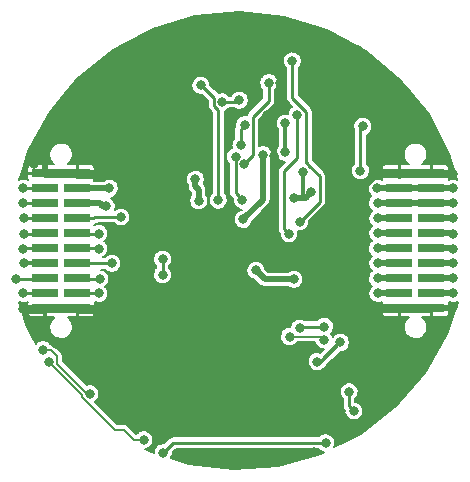
<source format=gbl>
G04 #@! TF.GenerationSoftware,KiCad,Pcbnew,no-vcs-found-d3b382c~59~ubuntu16.04.1*
G04 #@! TF.CreationDate,2017-07-25T02:02:09+01:00*
G04 #@! TF.ProjectId,m3radio,6D33726164696F2E6B696361645F7063,Rev 1*
G04 #@! TF.SameCoordinates,Original
G04 #@! TF.FileFunction,Copper,L2,Bot,Signal*
G04 #@! TF.FilePolarity,Positive*
%FSLAX46Y46*%
G04 Gerber Fmt 4.6, Leading zero omitted, Abs format (unit mm)*
G04 Created by KiCad (PCBNEW no-vcs-found-d3b382c~59~ubuntu16.04.1) date Tue Jul 25 02:02:09 2017*
%MOMM*%
%LPD*%
G01*
G04 APERTURE LIST*
%ADD10R,2.220000X0.740000*%
%ADD11C,0.800000*%
%ADD12C,0.500000*%
%ADD13C,0.700000*%
%ADD14C,0.280000*%
%ADD15C,0.200000*%
%ADD16C,0.350000*%
%ADD17C,0.740000*%
G04 APERTURE END LIST*
D10*
X83635000Y-94285000D03*
X86365000Y-94285000D03*
X83635000Y-95555000D03*
X86365000Y-95555000D03*
X83635000Y-96825000D03*
X86365000Y-96825000D03*
X83635000Y-98095000D03*
X86365000Y-98095000D03*
X83635000Y-99365000D03*
X86365000Y-99365000D03*
X83635000Y-100635000D03*
X86365000Y-100635000D03*
X83635000Y-101905000D03*
X86365000Y-101905000D03*
X83635000Y-103175000D03*
X86365000Y-103175000D03*
X83635000Y-104445000D03*
X86365000Y-104445000D03*
X83635000Y-105715000D03*
X86365000Y-105715000D03*
X113635000Y-94285000D03*
X116365000Y-94285000D03*
X113635000Y-95555000D03*
X116365000Y-95555000D03*
X113635000Y-96825000D03*
X116365000Y-96825000D03*
X113635000Y-98095000D03*
X116365000Y-98095000D03*
X113635000Y-99365000D03*
X116365000Y-99365000D03*
X113635000Y-100635000D03*
X116365000Y-100635000D03*
X113635000Y-101905000D03*
X116365000Y-101905000D03*
X113635000Y-103175000D03*
X116365000Y-103175000D03*
X113635000Y-104445000D03*
X116365000Y-104445000D03*
X113635000Y-105715000D03*
X116365000Y-105715000D03*
D11*
X93450000Y-116050000D03*
X114300000Y-87500000D03*
X89100000Y-93650000D03*
X93000000Y-87650000D03*
X91600000Y-87650000D03*
X94250000Y-87000000D03*
X90850000Y-86650000D03*
X86150000Y-89200000D03*
X88800000Y-89600000D03*
X88800000Y-88600000D03*
X87800000Y-87450000D03*
X88900000Y-86350000D03*
X89500000Y-85450000D03*
X90750000Y-84900000D03*
X90800000Y-93200000D03*
X88800000Y-92100000D03*
X87600000Y-90800000D03*
X91000000Y-90300000D03*
X94800000Y-94900000D03*
X95900000Y-93800000D03*
X101750000Y-85525000D03*
X102450000Y-89350000D03*
X92425000Y-105900000D03*
X93400000Y-112691998D03*
X118200000Y-94300000D03*
X118200000Y-105600000D03*
X112400000Y-114000000D03*
X106400000Y-117900000D03*
X106000000Y-83000000D03*
X103000000Y-83000000D03*
X100500000Y-82000000D03*
X100500000Y-84000000D03*
X98500000Y-85964989D03*
X98500000Y-84000000D03*
X98500000Y-82000000D03*
X95250000Y-82350000D03*
X82675000Y-93475000D03*
X112000000Y-111750000D03*
X94800000Y-106400000D03*
X107000000Y-105400000D03*
X112600000Y-108200000D03*
X89400000Y-107000000D03*
X113000000Y-92200000D03*
X109400000Y-95600000D03*
X107400000Y-91200000D03*
X107600000Y-93400000D03*
X109200000Y-93400000D03*
X109000000Y-85200000D03*
X113491821Y-89362202D03*
X110146231Y-83853769D03*
X111800000Y-85200000D03*
X96750000Y-82350000D03*
X93750000Y-82350000D03*
X92000000Y-83500000D03*
X99450000Y-107800000D03*
X103056697Y-92769982D03*
X109241360Y-91869795D03*
X103550000Y-86600000D03*
X102000000Y-118000000D03*
X100000000Y-118000000D03*
X98000000Y-118000000D03*
X98000000Y-116000000D03*
X100000000Y-116000000D03*
X102000000Y-116000000D03*
X102000000Y-114000000D03*
X100000000Y-114000000D03*
X98000000Y-114000000D03*
X98000000Y-112000000D03*
X100000000Y-112000000D03*
X102000000Y-112000000D03*
X102000000Y-110000000D03*
X100000000Y-110000000D03*
X98000000Y-110000000D03*
X83600000Y-92150000D03*
X86700000Y-92600000D03*
X85972381Y-109622381D03*
X91047937Y-110812383D03*
X89474560Y-110799119D03*
X100500000Y-104300000D03*
X117000000Y-92000000D03*
X97400000Y-102900000D03*
X87000000Y-107000000D03*
X83300000Y-107600000D03*
X115900000Y-109200000D03*
X106700000Y-113600000D03*
X96100000Y-89200000D03*
X96100000Y-90500000D03*
X97400000Y-89200000D03*
X97400000Y-90500000D03*
X111825000Y-94275000D03*
X111400000Y-105700000D03*
X88175000Y-94300000D03*
X81800000Y-105725000D03*
X88200000Y-105725000D03*
X101500000Y-102500000D03*
X105487205Y-94136688D03*
X108649759Y-108600000D03*
X106681770Y-110218230D03*
X106185010Y-95900000D03*
X104714990Y-96350000D03*
X104720019Y-103250000D03*
X96360000Y-94800000D03*
X96650000Y-96610011D03*
X103977680Y-92499068D03*
X103990000Y-90034134D03*
X81775000Y-96825000D03*
X93600000Y-101529989D03*
X93600000Y-102850000D03*
X89310000Y-101890000D03*
X109387024Y-112787024D03*
X109800000Y-114400000D03*
X100092918Y-88097736D03*
X98665653Y-88234347D03*
X89072776Y-95552224D03*
X88816399Y-97044061D03*
X90075000Y-97975000D03*
X88300000Y-103220000D03*
X88175000Y-104450000D03*
X81800000Y-95550000D03*
X81825000Y-98100000D03*
X81825000Y-99375000D03*
X88200000Y-99375000D03*
X81800000Y-100650000D03*
X88175000Y-100650000D03*
X81825000Y-101875000D03*
X81180000Y-103215008D03*
X81800000Y-104450000D03*
X111775000Y-95550000D03*
X118200000Y-95550000D03*
X118200000Y-96800000D03*
X111800000Y-96800000D03*
X111825000Y-98100000D03*
X118200000Y-98100000D03*
X111825000Y-99350000D03*
X118200000Y-99400000D03*
X111800000Y-100625000D03*
X118175000Y-100650000D03*
X111825000Y-101900000D03*
X118175000Y-101900000D03*
X111800000Y-103175000D03*
X118175000Y-103175000D03*
X111825000Y-104450000D03*
X118175000Y-104450000D03*
X107249748Y-108350252D03*
X104350000Y-108100000D03*
X107300000Y-107250000D03*
X105209009Y-107399489D03*
X87450000Y-112950000D03*
X83483299Y-109217635D03*
X92000000Y-116850000D03*
X83950000Y-110250000D03*
X110550000Y-90300000D03*
X110349990Y-94050000D03*
X100421453Y-98178547D03*
X102094960Y-92705570D03*
X93651851Y-117933332D03*
X107400000Y-117100000D03*
X105199235Y-98369551D03*
X104580212Y-84764825D03*
X102589997Y-86600000D03*
X100500000Y-93500000D03*
X104300000Y-99400000D03*
X105000000Y-89300000D03*
X100340014Y-96550011D03*
X99771112Y-92875239D03*
X100233109Y-91862611D03*
X100541482Y-90158518D03*
X96838961Y-86834655D03*
X98303467Y-96558536D03*
D12*
X102450000Y-90450000D02*
X103000000Y-91000000D01*
X102450000Y-89350000D02*
X102450000Y-90450000D01*
X103000000Y-91000000D02*
X103000000Y-92147600D01*
X103000000Y-92147600D02*
X103056697Y-92204297D01*
X103056697Y-92204297D02*
X103056697Y-92769982D01*
X83300000Y-107600000D02*
X84558994Y-108858994D01*
X84558994Y-108858994D02*
X85208994Y-108858994D01*
X85208994Y-108858994D02*
X85972381Y-109622381D01*
X88297822Y-109622381D02*
X89474560Y-110799119D01*
X85972381Y-109622381D02*
X88297822Y-109622381D01*
D13*
X118200000Y-94300000D02*
X116380000Y-94300000D01*
D12*
X116380000Y-94300000D02*
X116365000Y-94285000D01*
D14*
X105634315Y-118100000D02*
X105534315Y-118000000D01*
X105534315Y-118000000D02*
X102000000Y-118000000D01*
X106400000Y-117900000D02*
X105834315Y-117900000D01*
X105834315Y-117900000D02*
X105634315Y-118100000D01*
D15*
X100500000Y-82000000D02*
X102000000Y-82000000D01*
X102000000Y-82000000D02*
X103000000Y-83000000D01*
X98500000Y-84000000D02*
X98500000Y-85964989D01*
X96750000Y-82350000D02*
X98150000Y-82350000D01*
X98150000Y-82350000D02*
X98500000Y-82000000D01*
D12*
X99450000Y-107800000D02*
X99450000Y-106250000D01*
X99450000Y-106250000D02*
X100500000Y-105200000D01*
X100500000Y-105200000D02*
X100500000Y-104300000D01*
X117950000Y-105715000D02*
X116365000Y-105715000D01*
X82675000Y-93475000D02*
X82675000Y-93075000D01*
X82675000Y-93075000D02*
X83600000Y-92150000D01*
X104000000Y-84000000D02*
X102500000Y-84000000D01*
D14*
X105200000Y-83800000D02*
X106000000Y-83800000D01*
X106000000Y-83800000D02*
X106800000Y-83000000D01*
X105200000Y-83800000D02*
X104200000Y-83800000D01*
X104200000Y-83800000D02*
X104000000Y-84000000D01*
X110575000Y-113175000D02*
X112000000Y-111750000D01*
X97900000Y-115900000D02*
X98000000Y-116000000D01*
X103550000Y-86600000D02*
X103550000Y-84450000D01*
X103550000Y-84450000D02*
X104000000Y-84000000D01*
D12*
X89400000Y-107000000D02*
X90600000Y-107000000D01*
X90600000Y-107000000D02*
X91200000Y-106400000D01*
X103200000Y-93478970D02*
X103200000Y-94200000D01*
X103056697Y-92769982D02*
X103056697Y-93335667D01*
X103056697Y-93335667D02*
X103200000Y-93478970D01*
X111825000Y-94275000D02*
X111825000Y-93375000D01*
X111825000Y-93375000D02*
X113000000Y-92200000D01*
X111825000Y-94275000D02*
X110500000Y-95600000D01*
X110500000Y-95600000D02*
X109400000Y-95600000D01*
X105200000Y-82400000D02*
X105200000Y-83800000D01*
D16*
X109200000Y-93400000D02*
X107600000Y-93400000D01*
D12*
X111800000Y-85200000D02*
X111492462Y-85200000D01*
X111492462Y-85200000D02*
X110146231Y-83853769D01*
X96750000Y-82350000D02*
X98250000Y-82350000D01*
X94315685Y-82350000D02*
X95250000Y-82350000D01*
X93750000Y-82350000D02*
X94315685Y-82350000D01*
X98000000Y-118000000D02*
X100000000Y-118000000D01*
X100000000Y-116000000D02*
X98000000Y-116000000D01*
X102000000Y-114000000D02*
X102000000Y-116000000D01*
X98000000Y-114000000D02*
X100000000Y-114000000D01*
X100000000Y-112000000D02*
X98000000Y-112000000D01*
X102000000Y-110000000D02*
X102000000Y-112000000D01*
X98000000Y-110000000D02*
X100000000Y-110000000D01*
X83635000Y-94285000D02*
X83635000Y-92185000D01*
X83635000Y-92185000D02*
X83600000Y-92150000D01*
X85972381Y-109622381D02*
X85972381Y-109727619D01*
D16*
X91047937Y-110812383D02*
X89487824Y-110812383D01*
X89487824Y-110812383D02*
X89474560Y-110799119D01*
X89474560Y-110799119D02*
X89474560Y-112345499D01*
D14*
X86365000Y-105715000D02*
X86365000Y-106365000D01*
X86365000Y-106365000D02*
X87000000Y-107000000D01*
D17*
X111825000Y-94275000D02*
X113625000Y-94275000D01*
X113625000Y-94275000D02*
X113635000Y-94285000D01*
X116365000Y-105715000D02*
X113635000Y-105715000D01*
X111400000Y-105700000D02*
X113620000Y-105700000D01*
X113620000Y-105700000D02*
X113635000Y-105715000D01*
X113620000Y-94300000D02*
X113635000Y-94285000D01*
X116365000Y-94285000D02*
X113635000Y-94285000D01*
X88175000Y-94300000D02*
X86380000Y-94300000D01*
X86380000Y-94300000D02*
X86365000Y-94285000D01*
X83635000Y-94285000D02*
X86365000Y-94285000D01*
X83625000Y-94275000D02*
X83635000Y-94285000D01*
X81800000Y-105725000D02*
X83625000Y-105725000D01*
X83625000Y-105725000D02*
X83635000Y-105715000D01*
X86365000Y-105715000D02*
X83635000Y-105715000D01*
X88200000Y-105725000D02*
X86375000Y-105725000D01*
X86375000Y-105725000D02*
X86365000Y-105715000D01*
D12*
X86365000Y-105715000D02*
X88190000Y-105715000D01*
X88190000Y-105715000D02*
X88200000Y-105725000D01*
X83635000Y-105715000D02*
X88190000Y-105715000D01*
X81800000Y-105725000D02*
X86355000Y-105725000D01*
X86355000Y-105725000D02*
X86365000Y-105715000D01*
X83625000Y-105725000D02*
X83635000Y-105715000D01*
X86365000Y-105715000D02*
X86380000Y-105700000D01*
X104720019Y-103250000D02*
X102250000Y-103250000D01*
X102250000Y-103250000D02*
X101500000Y-102500000D01*
D16*
X105487205Y-94136688D02*
X105487205Y-96102195D01*
X105487205Y-96102195D02*
X105735010Y-96350000D01*
X106681770Y-110218230D02*
X107031529Y-110218230D01*
X107031529Y-110218230D02*
X108649759Y-108600000D01*
D12*
X104714990Y-96350000D02*
X105735010Y-96350000D01*
X105735010Y-96350000D02*
X106185010Y-95900000D01*
X96650000Y-96610011D02*
X96650000Y-95863222D01*
X96360000Y-94800000D02*
X96360000Y-95365685D01*
X96360000Y-95365685D02*
X96650000Y-95655685D01*
X96650000Y-95655685D02*
X96650000Y-95863222D01*
D16*
X103977680Y-92499068D02*
X103977680Y-90046454D01*
D15*
X103977680Y-90046454D02*
X103990000Y-90034134D01*
X104050000Y-90094134D02*
X103990000Y-90034134D01*
D14*
X83635000Y-96825000D02*
X81775000Y-96825000D01*
D15*
X84375000Y-96825000D02*
X83635000Y-96825000D01*
D14*
X93600000Y-102850000D02*
X93600000Y-101529989D01*
X93600000Y-101529989D02*
X93600000Y-101550000D01*
X89310000Y-101890000D02*
X89302686Y-101882686D01*
X89302686Y-101882686D02*
X86387314Y-101882686D01*
X86387314Y-101882686D02*
X86365000Y-101905000D01*
X109387024Y-112787024D02*
X109387024Y-113987024D01*
X109387024Y-113987024D02*
X109800000Y-114400000D01*
X98665653Y-88234347D02*
X99956307Y-88234347D01*
X99956307Y-88234347D02*
X100092918Y-88097736D01*
D12*
X89072776Y-95552224D02*
X86367776Y-95552224D01*
D15*
X86367776Y-95552224D02*
X86365000Y-95555000D01*
D12*
X88275000Y-96825000D02*
X86365000Y-96825000D01*
X88494061Y-97044061D02*
X88275000Y-96825000D01*
X88816399Y-97044061D02*
X88494061Y-97044061D01*
D14*
X86465000Y-96725000D02*
X86365000Y-96825000D01*
X87775000Y-97975000D02*
X87775000Y-98075000D01*
X87775000Y-98075000D02*
X87755000Y-98095000D01*
X87755000Y-98095000D02*
X86365000Y-98095000D01*
X90075000Y-97975000D02*
X87775000Y-97975000D01*
X88300000Y-103220000D02*
X86410000Y-103220000D01*
D15*
X86410000Y-103220000D02*
X86365000Y-103175000D01*
D14*
X88175000Y-104450000D02*
X86370000Y-104450000D01*
X86370000Y-104450000D02*
X86365000Y-104445000D01*
X83635000Y-95555000D02*
X81805000Y-95555000D01*
X81805000Y-95555000D02*
X81800000Y-95550000D01*
X81825000Y-98100000D02*
X83630000Y-98100000D01*
X83630000Y-98100000D02*
X83635000Y-98095000D01*
X81825000Y-99375000D02*
X83625000Y-99375000D01*
X83625000Y-99375000D02*
X83635000Y-99365000D01*
X88200000Y-99375000D02*
X86375000Y-99375000D01*
X86375000Y-99375000D02*
X86365000Y-99365000D01*
X83635000Y-100635000D02*
X81815000Y-100635000D01*
X81815000Y-100635000D02*
X81800000Y-100650000D01*
X86365000Y-100635000D02*
X88160000Y-100635000D01*
X88160000Y-100635000D02*
X88175000Y-100650000D01*
D16*
X81825000Y-101875000D02*
X83605000Y-101875000D01*
X83605000Y-101875000D02*
X83635000Y-101905000D01*
D14*
X81180000Y-103215008D02*
X83594992Y-103215008D01*
X83594992Y-103215008D02*
X83635000Y-103175000D01*
X81800000Y-104450000D02*
X83630000Y-104450000D01*
X83630000Y-104450000D02*
X83635000Y-104445000D01*
D12*
X111775000Y-95550000D02*
X113630000Y-95550000D01*
X113630000Y-95550000D02*
X113635000Y-95555000D01*
X116365000Y-95555000D02*
X118195000Y-95555000D01*
X118195000Y-95555000D02*
X118200000Y-95550000D01*
X113635000Y-95555000D02*
X116365000Y-95555000D01*
X116365000Y-96825000D02*
X118175000Y-96825000D01*
X118175000Y-96825000D02*
X118200000Y-96800000D01*
X111800000Y-96800000D02*
X113610000Y-96800000D01*
D14*
X113610000Y-96800000D02*
X113635000Y-96825000D01*
D12*
X113635000Y-96825000D02*
X116365000Y-96825000D01*
X111825000Y-98100000D02*
X113630000Y-98100000D01*
X113630000Y-98100000D02*
X113635000Y-98095000D01*
X116365000Y-98095000D02*
X118195000Y-98095000D01*
X118195000Y-98095000D02*
X118200000Y-98100000D01*
X113635000Y-99365000D02*
X111840000Y-99365000D01*
X111840000Y-99365000D02*
X111825000Y-99350000D01*
X116365000Y-99365000D02*
X118165000Y-99365000D01*
D14*
X118165000Y-99365000D02*
X118200000Y-99400000D01*
D12*
X116370000Y-99370000D02*
X116365000Y-99365000D01*
X111800000Y-100625000D02*
X113625000Y-100625000D01*
X113625000Y-100625000D02*
X113635000Y-100635000D01*
X116365000Y-100635000D02*
X118160000Y-100635000D01*
X118160000Y-100635000D02*
X118175000Y-100650000D01*
X111825000Y-101900000D02*
X113630000Y-101900000D01*
X113630000Y-101900000D02*
X113635000Y-101905000D01*
X116365000Y-101905000D02*
X118170000Y-101905000D01*
X118170000Y-101905000D02*
X118175000Y-101900000D01*
X111800000Y-103175000D02*
X113635000Y-103175000D01*
X116365000Y-103175000D02*
X118175000Y-103175000D01*
X113635000Y-104445000D02*
X111830000Y-104445000D01*
X111830000Y-104445000D02*
X111825000Y-104450000D01*
X116365000Y-104445000D02*
X118170000Y-104445000D01*
X118170000Y-104445000D02*
X118175000Y-104450000D01*
D15*
X104350000Y-108100000D02*
X106999496Y-108100000D01*
X106999496Y-108100000D02*
X107249748Y-108350252D01*
D14*
X107300000Y-107250000D02*
X105358498Y-107250000D01*
X105358498Y-107250000D02*
X105209009Y-107399489D01*
D15*
X83483299Y-109217635D02*
X84117635Y-109217635D01*
X84117635Y-109217635D02*
X84650000Y-109750000D01*
X84650000Y-109750000D02*
X84650000Y-110400000D01*
X84650000Y-110400000D02*
X87200000Y-112950000D01*
X87200000Y-112950000D02*
X87450000Y-112950000D01*
X83950000Y-110250000D02*
X86750000Y-113050000D01*
X91200000Y-116850000D02*
X92000000Y-116850000D01*
X86750000Y-113050000D02*
X86750000Y-113200000D01*
X86750000Y-113200000D02*
X89550000Y-116000000D01*
X89550000Y-116000000D02*
X90350000Y-116000000D01*
X90350000Y-116000000D02*
X91200000Y-116850000D01*
D14*
X110349990Y-94050000D02*
X110349990Y-90500010D01*
X110349990Y-90500010D02*
X110550000Y-90300000D01*
D12*
X100421453Y-98178547D02*
X102094960Y-96505040D01*
X102094960Y-96505040D02*
X102094960Y-92705570D01*
D14*
X107400000Y-117100000D02*
X94485183Y-117100000D01*
X94485183Y-117100000D02*
X93651851Y-117933332D01*
X106018259Y-93631740D02*
X106885011Y-94498492D01*
X106885011Y-94498492D02*
X106885011Y-96683775D01*
X106885011Y-96683775D02*
X105199235Y-98369551D01*
X105823206Y-93436687D02*
X106018259Y-93631740D01*
X104580212Y-84764825D02*
X104580212Y-87872256D01*
X104580212Y-87872256D02*
X105761166Y-89053210D01*
X105761166Y-89053210D02*
X105761166Y-93436687D01*
X105761166Y-93436687D02*
X105823206Y-93436687D01*
X100500000Y-93500000D02*
X101241483Y-92758517D01*
X101241483Y-92758517D02*
X101241483Y-89508517D01*
X101241483Y-89508517D02*
X102589997Y-88160003D01*
X102589997Y-88160003D02*
X102589997Y-86600000D01*
X103900000Y-99000000D02*
X104300000Y-99400000D01*
X103900000Y-98400000D02*
X103900000Y-99000000D01*
X105000000Y-89300000D02*
X105000000Y-93000000D01*
X105000000Y-93000000D02*
X103900000Y-94100000D01*
X103900000Y-94100000D02*
X103900000Y-98400000D01*
X100080014Y-96230025D02*
X99771112Y-95921123D01*
X100080014Y-96290011D02*
X100080014Y-96230025D01*
X100340014Y-96550011D02*
X100080014Y-96290011D01*
X99771112Y-95921123D02*
X99771112Y-92875239D01*
X100201519Y-91407748D02*
X100201519Y-90498481D01*
D15*
X100233109Y-91862611D02*
X100201519Y-91831021D01*
D14*
X100201519Y-91831021D02*
X100201519Y-91407748D01*
X100201519Y-90498481D02*
X100541482Y-90158518D01*
X96838961Y-86834655D02*
X97238960Y-87234654D01*
X97238960Y-87234654D02*
X97301960Y-87234654D01*
X97301960Y-87234654D02*
X97965652Y-87898346D01*
X97965652Y-87898346D02*
X97965652Y-88570348D01*
X97965652Y-88570348D02*
X98303467Y-88908163D01*
X98303467Y-88908163D02*
X98303467Y-96558536D01*
D15*
G36*
X106878995Y-117712179D02*
X107007824Y-117801717D01*
X107151590Y-117864527D01*
X107279169Y-117892577D01*
X106995627Y-118035804D01*
X103359224Y-119051106D01*
X99594869Y-119340757D01*
X95845945Y-118893725D01*
X94306320Y-118393471D01*
X94350813Y-118330398D01*
X94414625Y-118187073D01*
X94449383Y-118034084D01*
X94451289Y-117897569D01*
X94708858Y-117640000D01*
X106809293Y-117640000D01*
X106878995Y-117712179D01*
X106878995Y-117712179D01*
G37*
X106878995Y-117712179D02*
X107007824Y-117801717D01*
X107151590Y-117864527D01*
X107279169Y-117892577D01*
X106995627Y-118035804D01*
X103359224Y-119051106D01*
X99594869Y-119340757D01*
X95845945Y-118893725D01*
X94306320Y-118393471D01*
X94350813Y-118330398D01*
X94414625Y-118187073D01*
X94449383Y-118034084D01*
X94451289Y-117897569D01*
X94708858Y-117640000D01*
X106809293Y-117640000D01*
X106878995Y-117712179D01*
G36*
X103889852Y-81050117D02*
X107496489Y-82166557D01*
X110817587Y-83962268D01*
X113726646Y-86368851D01*
X116112861Y-89294640D01*
X117885343Y-92628194D01*
X118549874Y-94829228D01*
X118437711Y-94782079D01*
X118284027Y-94750533D01*
X118127143Y-94749437D01*
X117973034Y-94778835D01*
X117833273Y-94835303D01*
X117859628Y-94771676D01*
X117875000Y-94694397D01*
X117875000Y-94435000D01*
X117775000Y-94335000D01*
X116415000Y-94335000D01*
X116415000Y-94355000D01*
X116315000Y-94355000D01*
X116315000Y-94335000D01*
X113685000Y-94335000D01*
X113685000Y-94355000D01*
X113585000Y-94355000D01*
X113585000Y-94335000D01*
X112225000Y-94335000D01*
X112125000Y-94435000D01*
X112125000Y-94694397D01*
X112140372Y-94771676D01*
X112170525Y-94844471D01*
X112179402Y-94857756D01*
X112157341Y-94842876D01*
X112012711Y-94782079D01*
X111859027Y-94750533D01*
X111702143Y-94749437D01*
X111548034Y-94778835D01*
X111402570Y-94837607D01*
X111271291Y-94923513D01*
X111159199Y-95033282D01*
X111070562Y-95162732D01*
X111008758Y-95306934D01*
X110976139Y-95460393D01*
X110973948Y-95617266D01*
X111002270Y-95771577D01*
X111060024Y-95917448D01*
X111145012Y-96049323D01*
X111253995Y-96162179D01*
X111285503Y-96184077D01*
X111184199Y-96283282D01*
X111095562Y-96412732D01*
X111033758Y-96556934D01*
X111001139Y-96710393D01*
X110998948Y-96867266D01*
X111027270Y-97021577D01*
X111085024Y-97167448D01*
X111170012Y-97299323D01*
X111278995Y-97412179D01*
X111344959Y-97458025D01*
X111321291Y-97473513D01*
X111209199Y-97583282D01*
X111120562Y-97712732D01*
X111058758Y-97856934D01*
X111026139Y-98010393D01*
X111023948Y-98167266D01*
X111052270Y-98321577D01*
X111110024Y-98467448D01*
X111195012Y-98599323D01*
X111303995Y-98712179D01*
X111320881Y-98723915D01*
X111209199Y-98833282D01*
X111120562Y-98962732D01*
X111058758Y-99106934D01*
X111026139Y-99260393D01*
X111023948Y-99417266D01*
X111052270Y-99571577D01*
X111110024Y-99717448D01*
X111195012Y-99849323D01*
X111303995Y-99962179D01*
X111327185Y-99978297D01*
X111296291Y-99998513D01*
X111184199Y-100108282D01*
X111095562Y-100237732D01*
X111033758Y-100381934D01*
X111001139Y-100535393D01*
X110998948Y-100692266D01*
X111027270Y-100846577D01*
X111085024Y-100992448D01*
X111170012Y-101124323D01*
X111278995Y-101237179D01*
X111326432Y-101270149D01*
X111321291Y-101273513D01*
X111209199Y-101383282D01*
X111120562Y-101512732D01*
X111058758Y-101656934D01*
X111026139Y-101810393D01*
X111023948Y-101967266D01*
X111052270Y-102121577D01*
X111110024Y-102267448D01*
X111195012Y-102399323D01*
X111303995Y-102512179D01*
X111327185Y-102528297D01*
X111296291Y-102548513D01*
X111184199Y-102658282D01*
X111095562Y-102787732D01*
X111033758Y-102931934D01*
X111001139Y-103085393D01*
X110998948Y-103242266D01*
X111027270Y-103396577D01*
X111085024Y-103542448D01*
X111170012Y-103674323D01*
X111278995Y-103787179D01*
X111326432Y-103820149D01*
X111321291Y-103823513D01*
X111209199Y-103933282D01*
X111120562Y-104062732D01*
X111058758Y-104206934D01*
X111026139Y-104360393D01*
X111023948Y-104517266D01*
X111052270Y-104671577D01*
X111110024Y-104817448D01*
X111195012Y-104949323D01*
X111303995Y-105062179D01*
X111432824Y-105151717D01*
X111576590Y-105214527D01*
X111729818Y-105248216D01*
X111886672Y-105251502D01*
X112041177Y-105224258D01*
X112161366Y-105177640D01*
X112140372Y-105228324D01*
X112125000Y-105305603D01*
X112125000Y-105565000D01*
X112225000Y-105665000D01*
X113585000Y-105665000D01*
X113585000Y-105645000D01*
X113685000Y-105645000D01*
X113685000Y-105665000D01*
X116315000Y-105665000D01*
X116315000Y-105645000D01*
X116415000Y-105645000D01*
X116415000Y-105665000D01*
X117775000Y-105665000D01*
X117875000Y-105565000D01*
X117875000Y-105305603D01*
X117859628Y-105228324D01*
X117837855Y-105175759D01*
X117926590Y-105214527D01*
X118079818Y-105248216D01*
X118236672Y-105251502D01*
X118391177Y-105224258D01*
X118537447Y-105167524D01*
X118579944Y-105140555D01*
X117672537Y-107868320D01*
X115807668Y-111151083D01*
X113340690Y-114009105D01*
X110365569Y-116333524D01*
X108109644Y-117473074D01*
X108162774Y-117353741D01*
X108197532Y-117200752D01*
X108200034Y-117021556D01*
X108169561Y-116867656D01*
X108109776Y-116722605D01*
X108022955Y-116591930D01*
X107912407Y-116480607D01*
X107782341Y-116392876D01*
X107637711Y-116332079D01*
X107484027Y-116300533D01*
X107327143Y-116299437D01*
X107173034Y-116328835D01*
X107027570Y-116387607D01*
X106896291Y-116473513D01*
X106807974Y-116560000D01*
X94485183Y-116560000D01*
X94435461Y-116564875D01*
X94385849Y-116569216D01*
X94383129Y-116570006D01*
X94380296Y-116570284D01*
X94332469Y-116584724D01*
X94284644Y-116598618D01*
X94282125Y-116599924D01*
X94279405Y-116600745D01*
X94235391Y-116624148D01*
X94191077Y-116647118D01*
X94188854Y-116648893D01*
X94186352Y-116650223D01*
X94147729Y-116681723D01*
X94108714Y-116712869D01*
X94104761Y-116716767D01*
X94104681Y-116716832D01*
X94104620Y-116716906D01*
X94103345Y-116718163D01*
X93687977Y-117133530D01*
X93578994Y-117132769D01*
X93424885Y-117162167D01*
X93279421Y-117220939D01*
X93148142Y-117306845D01*
X93036050Y-117416614D01*
X92947413Y-117546064D01*
X92885609Y-117690266D01*
X92852990Y-117843725D01*
X92851912Y-117920905D01*
X92255248Y-117727037D01*
X92106082Y-117643671D01*
X92216177Y-117624258D01*
X92362447Y-117567524D01*
X92494912Y-117483459D01*
X92608526Y-117375266D01*
X92698962Y-117247066D01*
X92762774Y-117103741D01*
X92797532Y-116950752D01*
X92800034Y-116771556D01*
X92769561Y-116617656D01*
X92709776Y-116472605D01*
X92622955Y-116341930D01*
X92512407Y-116230607D01*
X92382341Y-116142876D01*
X92237711Y-116082079D01*
X92084027Y-116050533D01*
X91927143Y-116049437D01*
X91773034Y-116078835D01*
X91627570Y-116137607D01*
X91496291Y-116223513D01*
X91387326Y-116330220D01*
X90703553Y-115646447D01*
X90667908Y-115617168D01*
X90632484Y-115587443D01*
X90630177Y-115586175D01*
X90628148Y-115584508D01*
X90587479Y-115562701D01*
X90546971Y-115540432D01*
X90544464Y-115539637D01*
X90542148Y-115538395D01*
X90497985Y-115524893D01*
X90453956Y-115510926D01*
X90451345Y-115510633D01*
X90448829Y-115509864D01*
X90402853Y-115505194D01*
X90356981Y-115500049D01*
X90351843Y-115500013D01*
X90351745Y-115500003D01*
X90351654Y-115500012D01*
X90350000Y-115500000D01*
X89757106Y-115500000D01*
X87881076Y-113623970D01*
X87944912Y-113583459D01*
X88058526Y-113475266D01*
X88148962Y-113347066D01*
X88212774Y-113203741D01*
X88247532Y-113050752D01*
X88250034Y-112871556D01*
X88246616Y-112854290D01*
X108585972Y-112854290D01*
X108614294Y-113008601D01*
X108672048Y-113154472D01*
X108757036Y-113286347D01*
X108847024Y-113379533D01*
X108847024Y-113987024D01*
X108851895Y-114036700D01*
X108856239Y-114086358D01*
X108857031Y-114089083D01*
X108857308Y-114091911D01*
X108871725Y-114139663D01*
X108885641Y-114187562D01*
X108886949Y-114190084D01*
X108887769Y-114192802D01*
X108911163Y-114236799D01*
X108934142Y-114281130D01*
X108935917Y-114283353D01*
X108937247Y-114285855D01*
X108968722Y-114324447D01*
X108999892Y-114363493D01*
X109000390Y-114363998D01*
X108998948Y-114467266D01*
X109027270Y-114621577D01*
X109085024Y-114767448D01*
X109170012Y-114899323D01*
X109278995Y-115012179D01*
X109407824Y-115101717D01*
X109551590Y-115164527D01*
X109704818Y-115198216D01*
X109861672Y-115201502D01*
X110016177Y-115174258D01*
X110162447Y-115117524D01*
X110294912Y-115033459D01*
X110408526Y-114925266D01*
X110498962Y-114797066D01*
X110562774Y-114653741D01*
X110597532Y-114500752D01*
X110600034Y-114321556D01*
X110569561Y-114167656D01*
X110509776Y-114022605D01*
X110422955Y-113891930D01*
X110312407Y-113780607D01*
X110182341Y-113692876D01*
X110037711Y-113632079D01*
X109927024Y-113609359D01*
X109927024Y-113377546D01*
X109995550Y-113312290D01*
X110085986Y-113184090D01*
X110149798Y-113040765D01*
X110184556Y-112887776D01*
X110187058Y-112708580D01*
X110156585Y-112554680D01*
X110096800Y-112409629D01*
X110009979Y-112278954D01*
X109899431Y-112167631D01*
X109769365Y-112079900D01*
X109624735Y-112019103D01*
X109471051Y-111987557D01*
X109314167Y-111986461D01*
X109160058Y-112015859D01*
X109014594Y-112074631D01*
X108883315Y-112160537D01*
X108771223Y-112270306D01*
X108682586Y-112399756D01*
X108620782Y-112543958D01*
X108588163Y-112697417D01*
X108585972Y-112854290D01*
X88246616Y-112854290D01*
X88219561Y-112717656D01*
X88159776Y-112572605D01*
X88072955Y-112441930D01*
X87962407Y-112330607D01*
X87832341Y-112242876D01*
X87687711Y-112182079D01*
X87534027Y-112150533D01*
X87377143Y-112149437D01*
X87223034Y-112178835D01*
X87161004Y-112203897D01*
X85150000Y-110192894D01*
X85150000Y-109750000D01*
X85145495Y-109704048D01*
X85141468Y-109658025D01*
X85140735Y-109655501D01*
X85140478Y-109652883D01*
X85127127Y-109608665D01*
X85114243Y-109564316D01*
X85113033Y-109561981D01*
X85112273Y-109559465D01*
X85090595Y-109518694D01*
X85069336Y-109477681D01*
X85067696Y-109475626D01*
X85066461Y-109473304D01*
X85037254Y-109437494D01*
X85008455Y-109401418D01*
X85004844Y-109397756D01*
X85004785Y-109397683D01*
X85004718Y-109397627D01*
X85003554Y-109396447D01*
X84471188Y-108864082D01*
X84435543Y-108834803D01*
X84400119Y-108805078D01*
X84397812Y-108803810D01*
X84395783Y-108802143D01*
X84355114Y-108780336D01*
X84314606Y-108758067D01*
X84312099Y-108757272D01*
X84309783Y-108756030D01*
X84265620Y-108742528D01*
X84221591Y-108728561D01*
X84218980Y-108728268D01*
X84216464Y-108727499D01*
X84170488Y-108722829D01*
X84124616Y-108717684D01*
X84119478Y-108717648D01*
X84119380Y-108717638D01*
X84119289Y-108717647D01*
X84117635Y-108717635D01*
X84111616Y-108717635D01*
X84106254Y-108709565D01*
X83995706Y-108598242D01*
X83865640Y-108510511D01*
X83721010Y-108449714D01*
X83567326Y-108418168D01*
X83410442Y-108417072D01*
X83256333Y-108446470D01*
X83110869Y-108505242D01*
X82979590Y-108591148D01*
X82867498Y-108700917D01*
X82843365Y-108736162D01*
X82013474Y-107121369D01*
X81653216Y-105865000D01*
X82125000Y-105865000D01*
X82125000Y-106124397D01*
X82140372Y-106201676D01*
X82170525Y-106274471D01*
X82214300Y-106339986D01*
X82270015Y-106395701D01*
X82335529Y-106439476D01*
X82408325Y-106469628D01*
X82485604Y-106485000D01*
X83485000Y-106485000D01*
X83585000Y-106385000D01*
X83585000Y-105765000D01*
X83685000Y-105765000D01*
X83685000Y-106385000D01*
X83785000Y-106485000D01*
X84426739Y-106485000D01*
X84370364Y-106521891D01*
X84230249Y-106659102D01*
X84119453Y-106820915D01*
X84042197Y-107001167D01*
X84001423Y-107192992D01*
X83998685Y-107389083D01*
X84034087Y-107581971D01*
X84106280Y-107764310D01*
X84212514Y-107929154D01*
X84348744Y-108070223D01*
X84509780Y-108182146D01*
X84689488Y-108260659D01*
X84881023Y-108302770D01*
X85077090Y-108306877D01*
X85270221Y-108272823D01*
X85453059Y-108201905D01*
X85507641Y-108167266D01*
X103548948Y-108167266D01*
X103577270Y-108321577D01*
X103635024Y-108467448D01*
X103720012Y-108599323D01*
X103828995Y-108712179D01*
X103957824Y-108801717D01*
X104101590Y-108864527D01*
X104254818Y-108898216D01*
X104411672Y-108901502D01*
X104566177Y-108874258D01*
X104712447Y-108817524D01*
X104844912Y-108733459D01*
X104958526Y-108625266D01*
X104976349Y-108600000D01*
X106488172Y-108600000D01*
X106534772Y-108717700D01*
X106619760Y-108849575D01*
X106728743Y-108962431D01*
X106857572Y-109051969D01*
X107001338Y-109114779D01*
X107154566Y-109148468D01*
X107285378Y-109151208D01*
X106966509Y-109470078D01*
X106919481Y-109450309D01*
X106765797Y-109418763D01*
X106608913Y-109417667D01*
X106454804Y-109447065D01*
X106309340Y-109505837D01*
X106178061Y-109591743D01*
X106065969Y-109701512D01*
X105977332Y-109830962D01*
X105915528Y-109975164D01*
X105882909Y-110128623D01*
X105880718Y-110285496D01*
X105909040Y-110439807D01*
X105966794Y-110585678D01*
X106051782Y-110717553D01*
X106160765Y-110830409D01*
X106289594Y-110919947D01*
X106433360Y-110982757D01*
X106586588Y-111016446D01*
X106743442Y-111019732D01*
X106897947Y-110992488D01*
X107044217Y-110935754D01*
X107176682Y-110851689D01*
X107290296Y-110743496D01*
X107306789Y-110720115D01*
X107344697Y-110700466D01*
X107347062Y-110698578D01*
X107349729Y-110697160D01*
X107390890Y-110663590D01*
X107432399Y-110630453D01*
X107436602Y-110626308D01*
X107436694Y-110626233D01*
X107436764Y-110626148D01*
X107438115Y-110624816D01*
X108662456Y-109400476D01*
X108711431Y-109401502D01*
X108865936Y-109374258D01*
X109012206Y-109317524D01*
X109144671Y-109233459D01*
X109258285Y-109125266D01*
X109348721Y-108997066D01*
X109412533Y-108853741D01*
X109447291Y-108700752D01*
X109449793Y-108521556D01*
X109419320Y-108367656D01*
X109359535Y-108222605D01*
X109272714Y-108091930D01*
X109162166Y-107980607D01*
X109032100Y-107892876D01*
X108887470Y-107832079D01*
X108733786Y-107800533D01*
X108576902Y-107799437D01*
X108422793Y-107828835D01*
X108277329Y-107887607D01*
X108146050Y-107973513D01*
X108033958Y-108083282D01*
X108015905Y-108109648D01*
X107959524Y-107972857D01*
X107872703Y-107842182D01*
X107855961Y-107825323D01*
X107908526Y-107775266D01*
X107998962Y-107647066D01*
X108062774Y-107503741D01*
X108097532Y-107350752D01*
X108100034Y-107171556D01*
X108069561Y-107017656D01*
X108009776Y-106872605D01*
X107922955Y-106741930D01*
X107812407Y-106630607D01*
X107682341Y-106542876D01*
X107537711Y-106482079D01*
X107384027Y-106450533D01*
X107227143Y-106449437D01*
X107073034Y-106478835D01*
X106927570Y-106537607D01*
X106796291Y-106623513D01*
X106707974Y-106710000D01*
X105617495Y-106710000D01*
X105591350Y-106692365D01*
X105446720Y-106631568D01*
X105293036Y-106600022D01*
X105136152Y-106598926D01*
X104982043Y-106628324D01*
X104836579Y-106687096D01*
X104705300Y-106773002D01*
X104593208Y-106882771D01*
X104504571Y-107012221D01*
X104442767Y-107156423D01*
X104412168Y-107300380D01*
X104277143Y-107299437D01*
X104123034Y-107328835D01*
X103977570Y-107387607D01*
X103846291Y-107473513D01*
X103734199Y-107583282D01*
X103645562Y-107712732D01*
X103583758Y-107856934D01*
X103551139Y-108010393D01*
X103548948Y-108167266D01*
X85507641Y-108167266D01*
X85618641Y-108096824D01*
X85760658Y-107961583D01*
X85873702Y-107801332D01*
X85953468Y-107622176D01*
X85996916Y-107430940D01*
X86000043Y-107206945D01*
X85961952Y-107014570D01*
X85887220Y-106833257D01*
X85778694Y-106669912D01*
X85640508Y-106530758D01*
X85572669Y-106485000D01*
X86215000Y-106485000D01*
X86315000Y-106385000D01*
X86315000Y-105765000D01*
X86415000Y-105765000D01*
X86415000Y-106385000D01*
X86515000Y-106485000D01*
X87514396Y-106485000D01*
X87591675Y-106469628D01*
X87664471Y-106439476D01*
X87729985Y-106395701D01*
X87785700Y-106339986D01*
X87829475Y-106274471D01*
X87859628Y-106201676D01*
X87875000Y-106124397D01*
X87875000Y-105865000D01*
X112125000Y-105865000D01*
X112125000Y-106124397D01*
X112140372Y-106201676D01*
X112170525Y-106274471D01*
X112214300Y-106339986D01*
X112270015Y-106395701D01*
X112335529Y-106439476D01*
X112408325Y-106469628D01*
X112485604Y-106485000D01*
X113485000Y-106485000D01*
X113585000Y-106385000D01*
X113585000Y-105765000D01*
X113685000Y-105765000D01*
X113685000Y-106385000D01*
X113785000Y-106485000D01*
X114426739Y-106485000D01*
X114370364Y-106521891D01*
X114230249Y-106659102D01*
X114119453Y-106820915D01*
X114042197Y-107001167D01*
X114001423Y-107192992D01*
X113998685Y-107389083D01*
X114034087Y-107581971D01*
X114106280Y-107764310D01*
X114212514Y-107929154D01*
X114348744Y-108070223D01*
X114509780Y-108182146D01*
X114689488Y-108260659D01*
X114881023Y-108302770D01*
X115077090Y-108306877D01*
X115270221Y-108272823D01*
X115453059Y-108201905D01*
X115618641Y-108096824D01*
X115760658Y-107961583D01*
X115873702Y-107801332D01*
X115953468Y-107622176D01*
X115996916Y-107430940D01*
X116000043Y-107206945D01*
X115961952Y-107014570D01*
X115887220Y-106833257D01*
X115778694Y-106669912D01*
X115640508Y-106530758D01*
X115572669Y-106485000D01*
X116215000Y-106485000D01*
X116315000Y-106385000D01*
X116315000Y-105765000D01*
X116415000Y-105765000D01*
X116415000Y-106385000D01*
X116515000Y-106485000D01*
X117514396Y-106485000D01*
X117591675Y-106469628D01*
X117664471Y-106439476D01*
X117729985Y-106395701D01*
X117785700Y-106339986D01*
X117829475Y-106274471D01*
X117859628Y-106201676D01*
X117875000Y-106124397D01*
X117875000Y-105865000D01*
X117775000Y-105765000D01*
X116415000Y-105765000D01*
X116315000Y-105765000D01*
X113685000Y-105765000D01*
X113585000Y-105765000D01*
X112225000Y-105765000D01*
X112125000Y-105865000D01*
X87875000Y-105865000D01*
X87775000Y-105765000D01*
X86415000Y-105765000D01*
X86315000Y-105765000D01*
X83685000Y-105765000D01*
X83585000Y-105765000D01*
X82225000Y-105765000D01*
X82125000Y-105865000D01*
X81653216Y-105865000D01*
X81454537Y-105172126D01*
X81551590Y-105214527D01*
X81704818Y-105248216D01*
X81861672Y-105251502D01*
X82016177Y-105224258D01*
X82162447Y-105167524D01*
X82166665Y-105164847D01*
X82140372Y-105228324D01*
X82125000Y-105305603D01*
X82125000Y-105565000D01*
X82225000Y-105665000D01*
X83585000Y-105665000D01*
X83585000Y-105645000D01*
X83685000Y-105645000D01*
X83685000Y-105665000D01*
X86315000Y-105665000D01*
X86315000Y-105645000D01*
X86415000Y-105645000D01*
X86415000Y-105665000D01*
X87775000Y-105665000D01*
X87875000Y-105565000D01*
X87875000Y-105305603D01*
X87859628Y-105228324D01*
X87837855Y-105175759D01*
X87926590Y-105214527D01*
X88079818Y-105248216D01*
X88236672Y-105251502D01*
X88391177Y-105224258D01*
X88537447Y-105167524D01*
X88669912Y-105083459D01*
X88783526Y-104975266D01*
X88873962Y-104847066D01*
X88937774Y-104703741D01*
X88972532Y-104550752D01*
X88975034Y-104371556D01*
X88944561Y-104217656D01*
X88884776Y-104072605D01*
X88797955Y-103941930D01*
X88742887Y-103886475D01*
X88794912Y-103853459D01*
X88908526Y-103745266D01*
X88998962Y-103617066D01*
X89062774Y-103473741D01*
X89097532Y-103320752D01*
X89100034Y-103141556D01*
X89069561Y-102987656D01*
X89009776Y-102842605D01*
X88922955Y-102711930D01*
X88812407Y-102600607D01*
X88682341Y-102512876D01*
X88537711Y-102452079D01*
X88394516Y-102422686D01*
X88712230Y-102422686D01*
X88788995Y-102502179D01*
X88917824Y-102591717D01*
X89061590Y-102654527D01*
X89214818Y-102688216D01*
X89371672Y-102691502D01*
X89526177Y-102664258D01*
X89672447Y-102607524D01*
X89804912Y-102523459D01*
X89918526Y-102415266D01*
X90008962Y-102287066D01*
X90072774Y-102143741D01*
X90107532Y-101990752D01*
X90110034Y-101811556D01*
X90079561Y-101657656D01*
X90054666Y-101597255D01*
X92798948Y-101597255D01*
X92827270Y-101751566D01*
X92885024Y-101897437D01*
X92970012Y-102029312D01*
X93060000Y-102122498D01*
X93060000Y-102259052D01*
X92984199Y-102333282D01*
X92895562Y-102462732D01*
X92833758Y-102606934D01*
X92801139Y-102760393D01*
X92798948Y-102917266D01*
X92827270Y-103071577D01*
X92885024Y-103217448D01*
X92970012Y-103349323D01*
X93078995Y-103462179D01*
X93207824Y-103551717D01*
X93351590Y-103614527D01*
X93504818Y-103648216D01*
X93661672Y-103651502D01*
X93816177Y-103624258D01*
X93962447Y-103567524D01*
X94094912Y-103483459D01*
X94208526Y-103375266D01*
X94298962Y-103247066D01*
X94362774Y-103103741D01*
X94397532Y-102950752D01*
X94400034Y-102771556D01*
X94369561Y-102617656D01*
X94348792Y-102567266D01*
X100698948Y-102567266D01*
X100727270Y-102721577D01*
X100785024Y-102867448D01*
X100870012Y-102999323D01*
X100978995Y-103112179D01*
X101107824Y-103201717D01*
X101251590Y-103264527D01*
X101371695Y-103290934D01*
X101790380Y-103709619D01*
X101836792Y-103747743D01*
X101882771Y-103786324D01*
X101885765Y-103787970D01*
X101888407Y-103790140D01*
X101941345Y-103818525D01*
X101993938Y-103847438D01*
X101997194Y-103848471D01*
X102000208Y-103850087D01*
X102057664Y-103867653D01*
X102114857Y-103885796D01*
X102118251Y-103886177D01*
X102121523Y-103887177D01*
X102181271Y-103893246D01*
X102240925Y-103899937D01*
X102247607Y-103899983D01*
X102247731Y-103899996D01*
X102247847Y-103899985D01*
X102250000Y-103900000D01*
X104253432Y-103900000D01*
X104327843Y-103951717D01*
X104471609Y-104014527D01*
X104624837Y-104048216D01*
X104781691Y-104051502D01*
X104936196Y-104024258D01*
X105082466Y-103967524D01*
X105214931Y-103883459D01*
X105328545Y-103775266D01*
X105418981Y-103647066D01*
X105482793Y-103503741D01*
X105517551Y-103350752D01*
X105520053Y-103171556D01*
X105489580Y-103017656D01*
X105429795Y-102872605D01*
X105342974Y-102741930D01*
X105232426Y-102630607D01*
X105102360Y-102542876D01*
X104957730Y-102482079D01*
X104804046Y-102450533D01*
X104647162Y-102449437D01*
X104493053Y-102478835D01*
X104347589Y-102537607D01*
X104252242Y-102600000D01*
X102519239Y-102600000D01*
X102289971Y-102370732D01*
X102269561Y-102267656D01*
X102209776Y-102122605D01*
X102122955Y-101991930D01*
X102012407Y-101880607D01*
X101882341Y-101792876D01*
X101737711Y-101732079D01*
X101584027Y-101700533D01*
X101427143Y-101699437D01*
X101273034Y-101728835D01*
X101127570Y-101787607D01*
X100996291Y-101873513D01*
X100884199Y-101983282D01*
X100795562Y-102112732D01*
X100733758Y-102256934D01*
X100701139Y-102410393D01*
X100698948Y-102567266D01*
X94348792Y-102567266D01*
X94309776Y-102472605D01*
X94222955Y-102341930D01*
X94140000Y-102258393D01*
X94140000Y-102120511D01*
X94208526Y-102055255D01*
X94298962Y-101927055D01*
X94362774Y-101783730D01*
X94397532Y-101630741D01*
X94400034Y-101451545D01*
X94369561Y-101297645D01*
X94309776Y-101152594D01*
X94222955Y-101021919D01*
X94112407Y-100910596D01*
X93982341Y-100822865D01*
X93837711Y-100762068D01*
X93684027Y-100730522D01*
X93527143Y-100729426D01*
X93373034Y-100758824D01*
X93227570Y-100817596D01*
X93096291Y-100903502D01*
X92984199Y-101013271D01*
X92895562Y-101142721D01*
X92833758Y-101286923D01*
X92801139Y-101440382D01*
X92798948Y-101597255D01*
X90054666Y-101597255D01*
X90019776Y-101512605D01*
X89932955Y-101381930D01*
X89822407Y-101270607D01*
X89692341Y-101182876D01*
X89547711Y-101122079D01*
X89394027Y-101090533D01*
X89237143Y-101089437D01*
X89083034Y-101118835D01*
X88937570Y-101177607D01*
X88806291Y-101263513D01*
X88725442Y-101342686D01*
X88576585Y-101342686D01*
X88669912Y-101283459D01*
X88783526Y-101175266D01*
X88873962Y-101047066D01*
X88937774Y-100903741D01*
X88972532Y-100750752D01*
X88975034Y-100571556D01*
X88944561Y-100417656D01*
X88884776Y-100272605D01*
X88797955Y-100141930D01*
X88687407Y-100030607D01*
X88674127Y-100021650D01*
X88694912Y-100008459D01*
X88808526Y-99900266D01*
X88898962Y-99772066D01*
X88962774Y-99628741D01*
X88997532Y-99475752D01*
X89000034Y-99296556D01*
X88969561Y-99142656D01*
X88909776Y-98997605D01*
X88822955Y-98866930D01*
X88712407Y-98755607D01*
X88582341Y-98667876D01*
X88437711Y-98607079D01*
X88284027Y-98575533D01*
X88127143Y-98574437D01*
X87973034Y-98603835D01*
X87827570Y-98662607D01*
X87820437Y-98667275D01*
X87842039Y-98626861D01*
X87854334Y-98625785D01*
X87857059Y-98624993D01*
X87859887Y-98624716D01*
X87907639Y-98610299D01*
X87955538Y-98596383D01*
X87958060Y-98595075D01*
X87960778Y-98594255D01*
X88004775Y-98570861D01*
X88049106Y-98547882D01*
X88051329Y-98546107D01*
X88053831Y-98544777D01*
X88090341Y-98515000D01*
X89484293Y-98515000D01*
X89553995Y-98587179D01*
X89682824Y-98676717D01*
X89826590Y-98739527D01*
X89979818Y-98773216D01*
X90136672Y-98776502D01*
X90291177Y-98749258D01*
X90437447Y-98692524D01*
X90569912Y-98608459D01*
X90683526Y-98500266D01*
X90773962Y-98372066D01*
X90837774Y-98228741D01*
X90872532Y-98075752D01*
X90875034Y-97896556D01*
X90844561Y-97742656D01*
X90784776Y-97597605D01*
X90697955Y-97466930D01*
X90587407Y-97355607D01*
X90457341Y-97267876D01*
X90312711Y-97207079D01*
X90159027Y-97175533D01*
X90002143Y-97174437D01*
X89848034Y-97203835D01*
X89702570Y-97262607D01*
X89571291Y-97348513D01*
X89545235Y-97374029D01*
X89579173Y-97297802D01*
X89613931Y-97144813D01*
X89616433Y-96965617D01*
X89585960Y-96811717D01*
X89526175Y-96666666D01*
X89439354Y-96535991D01*
X89328806Y-96424668D01*
X89205148Y-96341259D01*
X89288953Y-96326482D01*
X89435223Y-96269748D01*
X89567688Y-96185683D01*
X89681302Y-96077490D01*
X89771738Y-95949290D01*
X89835550Y-95805965D01*
X89870308Y-95652976D01*
X89872810Y-95473780D01*
X89842337Y-95319880D01*
X89782552Y-95174829D01*
X89695731Y-95044154D01*
X89585183Y-94932831D01*
X89487980Y-94867266D01*
X95558948Y-94867266D01*
X95587270Y-95021577D01*
X95645024Y-95167448D01*
X95710000Y-95268271D01*
X95710000Y-95365685D01*
X95715861Y-95425463D01*
X95721092Y-95485253D01*
X95722045Y-95488535D01*
X95722379Y-95491937D01*
X95739734Y-95549420D01*
X95756484Y-95607074D01*
X95758057Y-95610109D01*
X95759045Y-95613381D01*
X95787244Y-95666416D01*
X95814864Y-95719700D01*
X95816995Y-95722369D01*
X95818601Y-95725390D01*
X95856548Y-95771917D01*
X95894008Y-95818843D01*
X95898698Y-95823598D01*
X95898779Y-95823697D01*
X95898871Y-95823773D01*
X95900381Y-95825304D01*
X96000000Y-95924923D01*
X96000000Y-96143239D01*
X95945562Y-96222743D01*
X95883758Y-96366945D01*
X95851139Y-96520404D01*
X95848948Y-96677277D01*
X95877270Y-96831588D01*
X95935024Y-96977459D01*
X96020012Y-97109334D01*
X96128995Y-97222190D01*
X96257824Y-97311728D01*
X96401590Y-97374538D01*
X96554818Y-97408227D01*
X96711672Y-97411513D01*
X96866177Y-97384269D01*
X97012447Y-97327535D01*
X97144912Y-97243470D01*
X97258526Y-97135277D01*
X97348962Y-97007077D01*
X97412774Y-96863752D01*
X97447532Y-96710763D01*
X97450034Y-96531567D01*
X97419561Y-96377667D01*
X97359776Y-96232616D01*
X97300000Y-96142647D01*
X97300000Y-95655685D01*
X97294144Y-95595956D01*
X97288909Y-95536117D01*
X97287954Y-95532830D01*
X97287621Y-95529433D01*
X97270278Y-95471991D01*
X97253516Y-95414296D01*
X97251943Y-95411261D01*
X97250955Y-95407989D01*
X97222756Y-95354954D01*
X97195136Y-95301670D01*
X97193005Y-95299001D01*
X97191399Y-95295980D01*
X97153452Y-95249453D01*
X97115992Y-95202527D01*
X97111302Y-95197772D01*
X97111221Y-95197673D01*
X97111129Y-95197597D01*
X97109619Y-95196066D01*
X97074876Y-95161323D01*
X97122774Y-95053741D01*
X97157532Y-94900752D01*
X97160034Y-94721556D01*
X97129561Y-94567656D01*
X97069776Y-94422605D01*
X96982955Y-94291930D01*
X96872407Y-94180607D01*
X96742341Y-94092876D01*
X96597711Y-94032079D01*
X96444027Y-94000533D01*
X96287143Y-93999437D01*
X96133034Y-94028835D01*
X95987570Y-94087607D01*
X95856291Y-94173513D01*
X95744199Y-94283282D01*
X95655562Y-94412732D01*
X95593758Y-94556934D01*
X95561139Y-94710393D01*
X95558948Y-94867266D01*
X89487980Y-94867266D01*
X89455117Y-94845100D01*
X89310487Y-94784303D01*
X89156803Y-94752757D01*
X88999919Y-94751661D01*
X88845810Y-94781059D01*
X88700346Y-94839831D01*
X88604999Y-94902224D01*
X87790886Y-94902224D01*
X87829475Y-94844471D01*
X87859628Y-94771676D01*
X87875000Y-94694397D01*
X87875000Y-94435000D01*
X87775000Y-94335000D01*
X86415000Y-94335000D01*
X86415000Y-94355000D01*
X86315000Y-94355000D01*
X86315000Y-94335000D01*
X83685000Y-94335000D01*
X83685000Y-94355000D01*
X83585000Y-94355000D01*
X83585000Y-94335000D01*
X82225000Y-94335000D01*
X82125000Y-94435000D01*
X82125000Y-94694397D01*
X82140372Y-94771676D01*
X82167234Y-94836526D01*
X82037711Y-94782079D01*
X81884027Y-94750533D01*
X81727143Y-94749437D01*
X81573034Y-94778835D01*
X81441222Y-94832091D01*
X81744637Y-93875603D01*
X82125000Y-93875603D01*
X82125000Y-94135000D01*
X82225000Y-94235000D01*
X83585000Y-94235000D01*
X83585000Y-93615000D01*
X83685000Y-93615000D01*
X83685000Y-94235000D01*
X86315000Y-94235000D01*
X86315000Y-93615000D01*
X86415000Y-93615000D01*
X86415000Y-94235000D01*
X87775000Y-94235000D01*
X87875000Y-94135000D01*
X87875000Y-93875603D01*
X87859628Y-93798324D01*
X87829475Y-93725529D01*
X87785700Y-93660014D01*
X87729985Y-93604299D01*
X87664471Y-93560524D01*
X87591675Y-93530372D01*
X87514396Y-93515000D01*
X86515000Y-93515000D01*
X86415000Y-93615000D01*
X86315000Y-93615000D01*
X86215000Y-93515000D01*
X85574243Y-93515000D01*
X85618641Y-93486824D01*
X85760658Y-93351583D01*
X85873702Y-93191332D01*
X85953468Y-93012176D01*
X85996916Y-92820940D01*
X86000043Y-92596945D01*
X85961952Y-92404570D01*
X85887220Y-92223257D01*
X85778694Y-92059912D01*
X85640508Y-91920758D01*
X85477926Y-91811095D01*
X85297139Y-91735099D01*
X85105034Y-91695666D01*
X84908929Y-91694297D01*
X84716292Y-91731044D01*
X84534462Y-91804508D01*
X84370364Y-91911891D01*
X84230249Y-92049102D01*
X84119453Y-92210915D01*
X84042197Y-92391167D01*
X84001423Y-92582992D01*
X83998685Y-92779083D01*
X84034087Y-92971971D01*
X84106280Y-93154310D01*
X84212514Y-93319154D01*
X84348744Y-93460223D01*
X84427558Y-93515000D01*
X83785000Y-93515000D01*
X83685000Y-93615000D01*
X83585000Y-93615000D01*
X83485000Y-93515000D01*
X82485604Y-93515000D01*
X82408325Y-93530372D01*
X82335529Y-93560524D01*
X82270015Y-93604299D01*
X82214300Y-93660014D01*
X82170525Y-93725529D01*
X82140372Y-93798324D01*
X82125000Y-93875603D01*
X81744637Y-93875603D01*
X82219327Y-92379194D01*
X84038179Y-89070713D01*
X85858012Y-86901921D01*
X96037909Y-86901921D01*
X96066231Y-87056232D01*
X96123985Y-87202103D01*
X96208973Y-87333978D01*
X96317956Y-87446834D01*
X96446785Y-87536372D01*
X96590551Y-87599182D01*
X96743779Y-87632871D01*
X96880551Y-87635736D01*
X96895706Y-87648185D01*
X96933878Y-87680215D01*
X96936365Y-87681582D01*
X96938561Y-87683386D01*
X96982558Y-87706977D01*
X97026231Y-87730987D01*
X97028935Y-87731845D01*
X97031440Y-87733188D01*
X97039186Y-87735556D01*
X97425652Y-88122022D01*
X97425652Y-88570348D01*
X97430523Y-88620024D01*
X97434867Y-88669682D01*
X97435659Y-88672407D01*
X97435936Y-88675235D01*
X97450353Y-88722987D01*
X97464269Y-88770886D01*
X97465577Y-88773408D01*
X97466397Y-88776126D01*
X97489791Y-88820123D01*
X97512770Y-88864454D01*
X97514545Y-88866677D01*
X97515875Y-88869179D01*
X97547350Y-88907771D01*
X97578520Y-88946817D01*
X97582423Y-88950776D01*
X97582484Y-88950850D01*
X97582553Y-88950907D01*
X97583814Y-88952186D01*
X97763467Y-89131838D01*
X97763467Y-95967588D01*
X97687666Y-96041818D01*
X97599029Y-96171268D01*
X97537225Y-96315470D01*
X97504606Y-96468929D01*
X97502415Y-96625802D01*
X97530737Y-96780113D01*
X97588491Y-96925984D01*
X97673479Y-97057859D01*
X97782462Y-97170715D01*
X97911291Y-97260253D01*
X98055057Y-97323063D01*
X98208285Y-97356752D01*
X98365139Y-97360038D01*
X98519644Y-97332794D01*
X98665914Y-97276060D01*
X98798379Y-97191995D01*
X98911993Y-97083802D01*
X99002429Y-96955602D01*
X99066241Y-96812277D01*
X99100999Y-96659288D01*
X99103501Y-96480092D01*
X99073028Y-96326192D01*
X99013243Y-96181141D01*
X98926422Y-96050466D01*
X98843467Y-95966929D01*
X98843467Y-92942505D01*
X98970060Y-92942505D01*
X98998382Y-93096816D01*
X99056136Y-93242687D01*
X99141124Y-93374562D01*
X99231112Y-93467748D01*
X99231112Y-95921123D01*
X99235983Y-95970799D01*
X99240327Y-96020457D01*
X99241119Y-96023182D01*
X99241396Y-96026010D01*
X99255813Y-96073762D01*
X99269729Y-96121661D01*
X99271037Y-96124183D01*
X99271857Y-96126901D01*
X99295251Y-96170898D01*
X99318230Y-96215229D01*
X99320005Y-96217452D01*
X99321335Y-96219954D01*
X99352810Y-96258546D01*
X99383980Y-96297592D01*
X99387883Y-96301551D01*
X99387944Y-96301625D01*
X99388013Y-96301682D01*
X99389274Y-96302961D01*
X99542128Y-96455815D01*
X99541153Y-96460404D01*
X99538962Y-96617277D01*
X99567284Y-96771588D01*
X99625038Y-96917459D01*
X99710026Y-97049334D01*
X99819009Y-97162190D01*
X99947838Y-97251728D01*
X100091604Y-97314538D01*
X100244832Y-97348227D01*
X100330735Y-97350027D01*
X100291977Y-97388785D01*
X100194487Y-97407382D01*
X100049023Y-97466154D01*
X99917744Y-97552060D01*
X99805652Y-97661829D01*
X99717015Y-97791279D01*
X99655211Y-97935481D01*
X99622592Y-98088940D01*
X99620401Y-98245813D01*
X99648723Y-98400124D01*
X99706477Y-98545995D01*
X99791465Y-98677870D01*
X99900448Y-98790726D01*
X100029277Y-98880264D01*
X100173043Y-98943074D01*
X100326271Y-98976763D01*
X100483125Y-98980049D01*
X100637630Y-98952805D01*
X100783900Y-98896071D01*
X100916365Y-98812006D01*
X101029979Y-98703813D01*
X101120415Y-98575613D01*
X101184227Y-98432288D01*
X101212825Y-98306413D01*
X102554579Y-96964660D01*
X102592703Y-96918248D01*
X102631284Y-96872269D01*
X102632930Y-96869275D01*
X102635100Y-96866633D01*
X102663485Y-96813695D01*
X102692398Y-96761102D01*
X102693431Y-96757846D01*
X102695047Y-96754832D01*
X102712613Y-96697376D01*
X102730756Y-96640183D01*
X102731137Y-96636789D01*
X102732137Y-96633517D01*
X102738206Y-96573769D01*
X102744897Y-96514115D01*
X102744943Y-96507433D01*
X102744956Y-96507309D01*
X102744945Y-96507193D01*
X102744960Y-96505040D01*
X102744960Y-93172043D01*
X102793922Y-93102636D01*
X102857734Y-92959311D01*
X102892492Y-92806322D01*
X102894994Y-92627126D01*
X102882957Y-92566334D01*
X103176628Y-92566334D01*
X103204950Y-92720645D01*
X103262704Y-92866516D01*
X103347692Y-92998391D01*
X103456675Y-93111247D01*
X103585504Y-93200785D01*
X103729270Y-93263595D01*
X103882498Y-93297284D01*
X103937880Y-93298444D01*
X103518162Y-93718162D01*
X103486469Y-93756746D01*
X103454439Y-93794918D01*
X103453072Y-93797405D01*
X103451268Y-93799601D01*
X103427677Y-93843598D01*
X103403667Y-93887271D01*
X103402809Y-93889975D01*
X103401466Y-93892480D01*
X103386882Y-93940183D01*
X103371800Y-93987728D01*
X103371483Y-93990553D01*
X103370654Y-93993265D01*
X103365618Y-94042842D01*
X103360053Y-94092460D01*
X103360014Y-94098017D01*
X103360004Y-94098115D01*
X103360013Y-94098206D01*
X103360000Y-94100000D01*
X103360000Y-99000000D01*
X103364871Y-99049676D01*
X103369215Y-99099334D01*
X103370007Y-99102059D01*
X103370284Y-99104887D01*
X103384701Y-99152639D01*
X103398617Y-99200538D01*
X103399925Y-99203060D01*
X103400745Y-99205778D01*
X103424139Y-99249775D01*
X103447118Y-99294106D01*
X103448893Y-99296329D01*
X103450223Y-99298831D01*
X103481698Y-99337423D01*
X103500434Y-99360893D01*
X103498948Y-99467266D01*
X103527270Y-99621577D01*
X103585024Y-99767448D01*
X103670012Y-99899323D01*
X103778995Y-100012179D01*
X103907824Y-100101717D01*
X104051590Y-100164527D01*
X104204818Y-100198216D01*
X104361672Y-100201502D01*
X104516177Y-100174258D01*
X104662447Y-100117524D01*
X104794912Y-100033459D01*
X104908526Y-99925266D01*
X104998962Y-99797066D01*
X105062774Y-99653741D01*
X105097532Y-99500752D01*
X105100034Y-99321556D01*
X105069561Y-99167656D01*
X105066174Y-99159439D01*
X105104053Y-99167767D01*
X105260907Y-99171053D01*
X105415412Y-99143809D01*
X105561682Y-99087075D01*
X105694147Y-99003010D01*
X105807761Y-98894817D01*
X105898197Y-98766617D01*
X105962009Y-98623292D01*
X105996767Y-98470303D01*
X105998673Y-98333789D01*
X107266848Y-97065613D01*
X107298535Y-97027037D01*
X107330572Y-96988857D01*
X107331938Y-96986373D01*
X107333743Y-96984175D01*
X107357327Y-96940191D01*
X107381344Y-96896504D01*
X107382203Y-96893796D01*
X107383544Y-96891295D01*
X107398114Y-96843637D01*
X107413211Y-96796047D01*
X107413528Y-96793222D01*
X107414357Y-96790510D01*
X107419393Y-96740933D01*
X107424958Y-96691315D01*
X107424997Y-96685758D01*
X107425007Y-96685660D01*
X107424998Y-96685569D01*
X107425011Y-96683775D01*
X107425011Y-94498492D01*
X107420136Y-94448770D01*
X107415795Y-94399158D01*
X107415005Y-94396438D01*
X107414727Y-94393605D01*
X107400287Y-94345778D01*
X107386393Y-94297953D01*
X107385087Y-94295434D01*
X107384266Y-94292714D01*
X107360863Y-94248700D01*
X107337893Y-94204386D01*
X107336118Y-94202163D01*
X107334788Y-94199661D01*
X107303288Y-94161038D01*
X107272142Y-94122023D01*
X107268244Y-94118070D01*
X107268179Y-94117990D01*
X107268105Y-94117929D01*
X107267452Y-94117266D01*
X109548938Y-94117266D01*
X109577260Y-94271577D01*
X109635014Y-94417448D01*
X109720002Y-94549323D01*
X109828985Y-94662179D01*
X109957814Y-94751717D01*
X110101580Y-94814527D01*
X110254808Y-94848216D01*
X110411662Y-94851502D01*
X110566167Y-94824258D01*
X110712437Y-94767524D01*
X110844902Y-94683459D01*
X110958516Y-94575266D01*
X111048952Y-94447066D01*
X111112764Y-94303741D01*
X111147522Y-94150752D01*
X111150024Y-93971556D01*
X111131025Y-93875603D01*
X112125000Y-93875603D01*
X112125000Y-94135000D01*
X112225000Y-94235000D01*
X113585000Y-94235000D01*
X113585000Y-93615000D01*
X113685000Y-93615000D01*
X113685000Y-94235000D01*
X116315000Y-94235000D01*
X116315000Y-93615000D01*
X116415000Y-93615000D01*
X116415000Y-94235000D01*
X117775000Y-94235000D01*
X117875000Y-94135000D01*
X117875000Y-93875603D01*
X117859628Y-93798324D01*
X117829475Y-93725529D01*
X117785700Y-93660014D01*
X117729985Y-93604299D01*
X117664471Y-93560524D01*
X117591675Y-93530372D01*
X117514396Y-93515000D01*
X116515000Y-93515000D01*
X116415000Y-93615000D01*
X116315000Y-93615000D01*
X116215000Y-93515000D01*
X115574243Y-93515000D01*
X115618641Y-93486824D01*
X115760658Y-93351583D01*
X115873702Y-93191332D01*
X115953468Y-93012176D01*
X115996916Y-92820940D01*
X116000043Y-92596945D01*
X115961952Y-92404570D01*
X115887220Y-92223257D01*
X115778694Y-92059912D01*
X115640508Y-91920758D01*
X115477926Y-91811095D01*
X115297139Y-91735099D01*
X115105034Y-91695666D01*
X114908929Y-91694297D01*
X114716292Y-91731044D01*
X114534462Y-91804508D01*
X114370364Y-91911891D01*
X114230249Y-92049102D01*
X114119453Y-92210915D01*
X114042197Y-92391167D01*
X114001423Y-92582992D01*
X113998685Y-92779083D01*
X114034087Y-92971971D01*
X114106280Y-93154310D01*
X114212514Y-93319154D01*
X114348744Y-93460223D01*
X114427558Y-93515000D01*
X113785000Y-93515000D01*
X113685000Y-93615000D01*
X113585000Y-93615000D01*
X113485000Y-93515000D01*
X112485604Y-93515000D01*
X112408325Y-93530372D01*
X112335529Y-93560524D01*
X112270015Y-93604299D01*
X112214300Y-93660014D01*
X112170525Y-93725529D01*
X112140372Y-93798324D01*
X112125000Y-93875603D01*
X111131025Y-93875603D01*
X111119551Y-93817656D01*
X111059766Y-93672605D01*
X110972945Y-93541930D01*
X110889990Y-93458393D01*
X110889990Y-91026234D01*
X110912447Y-91017524D01*
X111044912Y-90933459D01*
X111158526Y-90825266D01*
X111248962Y-90697066D01*
X111312774Y-90553741D01*
X111347532Y-90400752D01*
X111350034Y-90221556D01*
X111319561Y-90067656D01*
X111259776Y-89922605D01*
X111172955Y-89791930D01*
X111062407Y-89680607D01*
X110932341Y-89592876D01*
X110787711Y-89532079D01*
X110634027Y-89500533D01*
X110477143Y-89499437D01*
X110323034Y-89528835D01*
X110177570Y-89587607D01*
X110046291Y-89673513D01*
X109934199Y-89783282D01*
X109845562Y-89912732D01*
X109783758Y-90056934D01*
X109751139Y-90210393D01*
X109748948Y-90367266D01*
X109777270Y-90521577D01*
X109809990Y-90604219D01*
X109809990Y-93459052D01*
X109734189Y-93533282D01*
X109645552Y-93662732D01*
X109583748Y-93806934D01*
X109551129Y-93960393D01*
X109548938Y-94117266D01*
X107267452Y-94117266D01*
X107266848Y-94116654D01*
X106400097Y-93249902D01*
X106400091Y-93249897D01*
X106301166Y-93150971D01*
X106301166Y-89053210D01*
X106296295Y-89003534D01*
X106291951Y-88953876D01*
X106291159Y-88951151D01*
X106290882Y-88948323D01*
X106276451Y-88900525D01*
X106262548Y-88852672D01*
X106261243Y-88850154D01*
X106260421Y-88847432D01*
X106237008Y-88803400D01*
X106214048Y-88759104D01*
X106212273Y-88756881D01*
X106210943Y-88754379D01*
X106179468Y-88715787D01*
X106148298Y-88676741D01*
X106144395Y-88672782D01*
X106144334Y-88672708D01*
X106144265Y-88672651D01*
X106143004Y-88671372D01*
X105120212Y-87648580D01*
X105120212Y-85355347D01*
X105188738Y-85290091D01*
X105279174Y-85161891D01*
X105342986Y-85018566D01*
X105377744Y-84865577D01*
X105380246Y-84686381D01*
X105349773Y-84532481D01*
X105289988Y-84387430D01*
X105203167Y-84256755D01*
X105092619Y-84145432D01*
X104962553Y-84057701D01*
X104817923Y-83996904D01*
X104664239Y-83965358D01*
X104507355Y-83964262D01*
X104353246Y-83993660D01*
X104207782Y-84052432D01*
X104076503Y-84138338D01*
X103964411Y-84248107D01*
X103875774Y-84377557D01*
X103813970Y-84521759D01*
X103781351Y-84675218D01*
X103779160Y-84832091D01*
X103807482Y-84986402D01*
X103865236Y-85132273D01*
X103950224Y-85264148D01*
X104040212Y-85357334D01*
X104040212Y-87872256D01*
X104045083Y-87921932D01*
X104049427Y-87971590D01*
X104050219Y-87974315D01*
X104050496Y-87977143D01*
X104064913Y-88024895D01*
X104078829Y-88072794D01*
X104080137Y-88075316D01*
X104080957Y-88078034D01*
X104104351Y-88122031D01*
X104127330Y-88166362D01*
X104129105Y-88168585D01*
X104130435Y-88171087D01*
X104161910Y-88209679D01*
X104193080Y-88248725D01*
X104196983Y-88252684D01*
X104197044Y-88252758D01*
X104197113Y-88252815D01*
X104198374Y-88254094D01*
X104569734Y-88625454D01*
X104496291Y-88673513D01*
X104384199Y-88783282D01*
X104295562Y-88912732D01*
X104233758Y-89056934D01*
X104201139Y-89210393D01*
X104200438Y-89260615D01*
X104074027Y-89234667D01*
X103917143Y-89233571D01*
X103763034Y-89262969D01*
X103617570Y-89321741D01*
X103486291Y-89407647D01*
X103374199Y-89517416D01*
X103285562Y-89646866D01*
X103223758Y-89791068D01*
X103191139Y-89944527D01*
X103188948Y-90101400D01*
X103217270Y-90255711D01*
X103275024Y-90401582D01*
X103360012Y-90533457D01*
X103402680Y-90577641D01*
X103402680Y-91942395D01*
X103361879Y-91982350D01*
X103273242Y-92111800D01*
X103211438Y-92256002D01*
X103178819Y-92409461D01*
X103176628Y-92566334D01*
X102882957Y-92566334D01*
X102864521Y-92473226D01*
X102804736Y-92328175D01*
X102717915Y-92197500D01*
X102607367Y-92086177D01*
X102477301Y-91998446D01*
X102332671Y-91937649D01*
X102178987Y-91906103D01*
X102022103Y-91905007D01*
X101867994Y-91934405D01*
X101781483Y-91969358D01*
X101781483Y-89732193D01*
X102971835Y-88541841D01*
X103003528Y-88503257D01*
X103035558Y-88465085D01*
X103036925Y-88462598D01*
X103038729Y-88460402D01*
X103062310Y-88416424D01*
X103086330Y-88372732D01*
X103087188Y-88370026D01*
X103088531Y-88367522D01*
X103103110Y-88319834D01*
X103118197Y-88272275D01*
X103118514Y-88269450D01*
X103119343Y-88266738D01*
X103124379Y-88217161D01*
X103129944Y-88167543D01*
X103129983Y-88161986D01*
X103129993Y-88161888D01*
X103129984Y-88161797D01*
X103129997Y-88160003D01*
X103129997Y-87190522D01*
X103198523Y-87125266D01*
X103288959Y-86997066D01*
X103352771Y-86853741D01*
X103387529Y-86700752D01*
X103390031Y-86521556D01*
X103359558Y-86367656D01*
X103299773Y-86222605D01*
X103212952Y-86091930D01*
X103102404Y-85980607D01*
X102972338Y-85892876D01*
X102827708Y-85832079D01*
X102674024Y-85800533D01*
X102517140Y-85799437D01*
X102363031Y-85828835D01*
X102217567Y-85887607D01*
X102086288Y-85973513D01*
X101974196Y-86083282D01*
X101885559Y-86212732D01*
X101823755Y-86356934D01*
X101791136Y-86510393D01*
X101788945Y-86667266D01*
X101817267Y-86821577D01*
X101875021Y-86967448D01*
X101960009Y-87099323D01*
X102049997Y-87192509D01*
X102049997Y-87936327D01*
X100859645Y-89126679D01*
X100827952Y-89165263D01*
X100795922Y-89203435D01*
X100794555Y-89205922D01*
X100792751Y-89208118D01*
X100769160Y-89252115D01*
X100745150Y-89295788D01*
X100744292Y-89298492D01*
X100742949Y-89300997D01*
X100728365Y-89348700D01*
X100718994Y-89378240D01*
X100625509Y-89359051D01*
X100468625Y-89357955D01*
X100314516Y-89387353D01*
X100169052Y-89446125D01*
X100037773Y-89532031D01*
X99925681Y-89641800D01*
X99837044Y-89771250D01*
X99775240Y-89915452D01*
X99742621Y-90068911D01*
X99740497Y-90221003D01*
X99729196Y-90242079D01*
X99705186Y-90285752D01*
X99704328Y-90288456D01*
X99702985Y-90290961D01*
X99688401Y-90338664D01*
X99673319Y-90386209D01*
X99673002Y-90389034D01*
X99672173Y-90391746D01*
X99667137Y-90441323D01*
X99661572Y-90490941D01*
X99661533Y-90496498D01*
X99661523Y-90496596D01*
X99661532Y-90496687D01*
X99661519Y-90498481D01*
X99661519Y-91302598D01*
X99617308Y-91345893D01*
X99528671Y-91475343D01*
X99466867Y-91619545D01*
X99434248Y-91773004D01*
X99432057Y-91929877D01*
X99460379Y-92084188D01*
X99478719Y-92130509D01*
X99398682Y-92162846D01*
X99267403Y-92248752D01*
X99155311Y-92358521D01*
X99066674Y-92487971D01*
X99004870Y-92632173D01*
X98972251Y-92785632D01*
X98970060Y-92942505D01*
X98843467Y-92942505D01*
X98843467Y-89015370D01*
X98881830Y-89008605D01*
X99028100Y-88951871D01*
X99160565Y-88867806D01*
X99258707Y-88774347D01*
X99664619Y-88774347D01*
X99700742Y-88799453D01*
X99844508Y-88862263D01*
X99997736Y-88895952D01*
X100154590Y-88899238D01*
X100309095Y-88871994D01*
X100455365Y-88815260D01*
X100587830Y-88731195D01*
X100701444Y-88623002D01*
X100791880Y-88494802D01*
X100855692Y-88351477D01*
X100890450Y-88198488D01*
X100892952Y-88019292D01*
X100862479Y-87865392D01*
X100802694Y-87720341D01*
X100715873Y-87589666D01*
X100605325Y-87478343D01*
X100475259Y-87390612D01*
X100330629Y-87329815D01*
X100176945Y-87298269D01*
X100020061Y-87297173D01*
X99865952Y-87326571D01*
X99720488Y-87385343D01*
X99589209Y-87471249D01*
X99477117Y-87581018D01*
X99399518Y-87694347D01*
X99256900Y-87694347D01*
X99178060Y-87614954D01*
X99047994Y-87527223D01*
X98903364Y-87466426D01*
X98749680Y-87434880D01*
X98592796Y-87433784D01*
X98438687Y-87463182D01*
X98335753Y-87504771D01*
X97683798Y-86852816D01*
X97645214Y-86821123D01*
X97638171Y-86815213D01*
X97638995Y-86756211D01*
X97608522Y-86602311D01*
X97548737Y-86457260D01*
X97461916Y-86326585D01*
X97351368Y-86215262D01*
X97221302Y-86127531D01*
X97076672Y-86066734D01*
X96922988Y-86035188D01*
X96766104Y-86034092D01*
X96611995Y-86063490D01*
X96466531Y-86122262D01*
X96335252Y-86208168D01*
X96223160Y-86317937D01*
X96134523Y-86447387D01*
X96072719Y-86591589D01*
X96040100Y-86745048D01*
X96037909Y-86901921D01*
X85858012Y-86901921D01*
X86465013Y-86178526D01*
X89407389Y-83812794D01*
X92753235Y-82063628D01*
X96375108Y-80997653D01*
X100135052Y-80655471D01*
X103889852Y-81050117D01*
X103889852Y-81050117D01*
G37*
X103889852Y-81050117D02*
X107496489Y-82166557D01*
X110817587Y-83962268D01*
X113726646Y-86368851D01*
X116112861Y-89294640D01*
X117885343Y-92628194D01*
X118549874Y-94829228D01*
X118437711Y-94782079D01*
X118284027Y-94750533D01*
X118127143Y-94749437D01*
X117973034Y-94778835D01*
X117833273Y-94835303D01*
X117859628Y-94771676D01*
X117875000Y-94694397D01*
X117875000Y-94435000D01*
X117775000Y-94335000D01*
X116415000Y-94335000D01*
X116415000Y-94355000D01*
X116315000Y-94355000D01*
X116315000Y-94335000D01*
X113685000Y-94335000D01*
X113685000Y-94355000D01*
X113585000Y-94355000D01*
X113585000Y-94335000D01*
X112225000Y-94335000D01*
X112125000Y-94435000D01*
X112125000Y-94694397D01*
X112140372Y-94771676D01*
X112170525Y-94844471D01*
X112179402Y-94857756D01*
X112157341Y-94842876D01*
X112012711Y-94782079D01*
X111859027Y-94750533D01*
X111702143Y-94749437D01*
X111548034Y-94778835D01*
X111402570Y-94837607D01*
X111271291Y-94923513D01*
X111159199Y-95033282D01*
X111070562Y-95162732D01*
X111008758Y-95306934D01*
X110976139Y-95460393D01*
X110973948Y-95617266D01*
X111002270Y-95771577D01*
X111060024Y-95917448D01*
X111145012Y-96049323D01*
X111253995Y-96162179D01*
X111285503Y-96184077D01*
X111184199Y-96283282D01*
X111095562Y-96412732D01*
X111033758Y-96556934D01*
X111001139Y-96710393D01*
X110998948Y-96867266D01*
X111027270Y-97021577D01*
X111085024Y-97167448D01*
X111170012Y-97299323D01*
X111278995Y-97412179D01*
X111344959Y-97458025D01*
X111321291Y-97473513D01*
X111209199Y-97583282D01*
X111120562Y-97712732D01*
X111058758Y-97856934D01*
X111026139Y-98010393D01*
X111023948Y-98167266D01*
X111052270Y-98321577D01*
X111110024Y-98467448D01*
X111195012Y-98599323D01*
X111303995Y-98712179D01*
X111320881Y-98723915D01*
X111209199Y-98833282D01*
X111120562Y-98962732D01*
X111058758Y-99106934D01*
X111026139Y-99260393D01*
X111023948Y-99417266D01*
X111052270Y-99571577D01*
X111110024Y-99717448D01*
X111195012Y-99849323D01*
X111303995Y-99962179D01*
X111327185Y-99978297D01*
X111296291Y-99998513D01*
X111184199Y-100108282D01*
X111095562Y-100237732D01*
X111033758Y-100381934D01*
X111001139Y-100535393D01*
X110998948Y-100692266D01*
X111027270Y-100846577D01*
X111085024Y-100992448D01*
X111170012Y-101124323D01*
X111278995Y-101237179D01*
X111326432Y-101270149D01*
X111321291Y-101273513D01*
X111209199Y-101383282D01*
X111120562Y-101512732D01*
X111058758Y-101656934D01*
X111026139Y-101810393D01*
X111023948Y-101967266D01*
X111052270Y-102121577D01*
X111110024Y-102267448D01*
X111195012Y-102399323D01*
X111303995Y-102512179D01*
X111327185Y-102528297D01*
X111296291Y-102548513D01*
X111184199Y-102658282D01*
X111095562Y-102787732D01*
X111033758Y-102931934D01*
X111001139Y-103085393D01*
X110998948Y-103242266D01*
X111027270Y-103396577D01*
X111085024Y-103542448D01*
X111170012Y-103674323D01*
X111278995Y-103787179D01*
X111326432Y-103820149D01*
X111321291Y-103823513D01*
X111209199Y-103933282D01*
X111120562Y-104062732D01*
X111058758Y-104206934D01*
X111026139Y-104360393D01*
X111023948Y-104517266D01*
X111052270Y-104671577D01*
X111110024Y-104817448D01*
X111195012Y-104949323D01*
X111303995Y-105062179D01*
X111432824Y-105151717D01*
X111576590Y-105214527D01*
X111729818Y-105248216D01*
X111886672Y-105251502D01*
X112041177Y-105224258D01*
X112161366Y-105177640D01*
X112140372Y-105228324D01*
X112125000Y-105305603D01*
X112125000Y-105565000D01*
X112225000Y-105665000D01*
X113585000Y-105665000D01*
X113585000Y-105645000D01*
X113685000Y-105645000D01*
X113685000Y-105665000D01*
X116315000Y-105665000D01*
X116315000Y-105645000D01*
X116415000Y-105645000D01*
X116415000Y-105665000D01*
X117775000Y-105665000D01*
X117875000Y-105565000D01*
X117875000Y-105305603D01*
X117859628Y-105228324D01*
X117837855Y-105175759D01*
X117926590Y-105214527D01*
X118079818Y-105248216D01*
X118236672Y-105251502D01*
X118391177Y-105224258D01*
X118537447Y-105167524D01*
X118579944Y-105140555D01*
X117672537Y-107868320D01*
X115807668Y-111151083D01*
X113340690Y-114009105D01*
X110365569Y-116333524D01*
X108109644Y-117473074D01*
X108162774Y-117353741D01*
X108197532Y-117200752D01*
X108200034Y-117021556D01*
X108169561Y-116867656D01*
X108109776Y-116722605D01*
X108022955Y-116591930D01*
X107912407Y-116480607D01*
X107782341Y-116392876D01*
X107637711Y-116332079D01*
X107484027Y-116300533D01*
X107327143Y-116299437D01*
X107173034Y-116328835D01*
X107027570Y-116387607D01*
X106896291Y-116473513D01*
X106807974Y-116560000D01*
X94485183Y-116560000D01*
X94435461Y-116564875D01*
X94385849Y-116569216D01*
X94383129Y-116570006D01*
X94380296Y-116570284D01*
X94332469Y-116584724D01*
X94284644Y-116598618D01*
X94282125Y-116599924D01*
X94279405Y-116600745D01*
X94235391Y-116624148D01*
X94191077Y-116647118D01*
X94188854Y-116648893D01*
X94186352Y-116650223D01*
X94147729Y-116681723D01*
X94108714Y-116712869D01*
X94104761Y-116716767D01*
X94104681Y-116716832D01*
X94104620Y-116716906D01*
X94103345Y-116718163D01*
X93687977Y-117133530D01*
X93578994Y-117132769D01*
X93424885Y-117162167D01*
X93279421Y-117220939D01*
X93148142Y-117306845D01*
X93036050Y-117416614D01*
X92947413Y-117546064D01*
X92885609Y-117690266D01*
X92852990Y-117843725D01*
X92851912Y-117920905D01*
X92255248Y-117727037D01*
X92106082Y-117643671D01*
X92216177Y-117624258D01*
X92362447Y-117567524D01*
X92494912Y-117483459D01*
X92608526Y-117375266D01*
X92698962Y-117247066D01*
X92762774Y-117103741D01*
X92797532Y-116950752D01*
X92800034Y-116771556D01*
X92769561Y-116617656D01*
X92709776Y-116472605D01*
X92622955Y-116341930D01*
X92512407Y-116230607D01*
X92382341Y-116142876D01*
X92237711Y-116082079D01*
X92084027Y-116050533D01*
X91927143Y-116049437D01*
X91773034Y-116078835D01*
X91627570Y-116137607D01*
X91496291Y-116223513D01*
X91387326Y-116330220D01*
X90703553Y-115646447D01*
X90667908Y-115617168D01*
X90632484Y-115587443D01*
X90630177Y-115586175D01*
X90628148Y-115584508D01*
X90587479Y-115562701D01*
X90546971Y-115540432D01*
X90544464Y-115539637D01*
X90542148Y-115538395D01*
X90497985Y-115524893D01*
X90453956Y-115510926D01*
X90451345Y-115510633D01*
X90448829Y-115509864D01*
X90402853Y-115505194D01*
X90356981Y-115500049D01*
X90351843Y-115500013D01*
X90351745Y-115500003D01*
X90351654Y-115500012D01*
X90350000Y-115500000D01*
X89757106Y-115500000D01*
X87881076Y-113623970D01*
X87944912Y-113583459D01*
X88058526Y-113475266D01*
X88148962Y-113347066D01*
X88212774Y-113203741D01*
X88247532Y-113050752D01*
X88250034Y-112871556D01*
X88246616Y-112854290D01*
X108585972Y-112854290D01*
X108614294Y-113008601D01*
X108672048Y-113154472D01*
X108757036Y-113286347D01*
X108847024Y-113379533D01*
X108847024Y-113987024D01*
X108851895Y-114036700D01*
X108856239Y-114086358D01*
X108857031Y-114089083D01*
X108857308Y-114091911D01*
X108871725Y-114139663D01*
X108885641Y-114187562D01*
X108886949Y-114190084D01*
X108887769Y-114192802D01*
X108911163Y-114236799D01*
X108934142Y-114281130D01*
X108935917Y-114283353D01*
X108937247Y-114285855D01*
X108968722Y-114324447D01*
X108999892Y-114363493D01*
X109000390Y-114363998D01*
X108998948Y-114467266D01*
X109027270Y-114621577D01*
X109085024Y-114767448D01*
X109170012Y-114899323D01*
X109278995Y-115012179D01*
X109407824Y-115101717D01*
X109551590Y-115164527D01*
X109704818Y-115198216D01*
X109861672Y-115201502D01*
X110016177Y-115174258D01*
X110162447Y-115117524D01*
X110294912Y-115033459D01*
X110408526Y-114925266D01*
X110498962Y-114797066D01*
X110562774Y-114653741D01*
X110597532Y-114500752D01*
X110600034Y-114321556D01*
X110569561Y-114167656D01*
X110509776Y-114022605D01*
X110422955Y-113891930D01*
X110312407Y-113780607D01*
X110182341Y-113692876D01*
X110037711Y-113632079D01*
X109927024Y-113609359D01*
X109927024Y-113377546D01*
X109995550Y-113312290D01*
X110085986Y-113184090D01*
X110149798Y-113040765D01*
X110184556Y-112887776D01*
X110187058Y-112708580D01*
X110156585Y-112554680D01*
X110096800Y-112409629D01*
X110009979Y-112278954D01*
X109899431Y-112167631D01*
X109769365Y-112079900D01*
X109624735Y-112019103D01*
X109471051Y-111987557D01*
X109314167Y-111986461D01*
X109160058Y-112015859D01*
X109014594Y-112074631D01*
X108883315Y-112160537D01*
X108771223Y-112270306D01*
X108682586Y-112399756D01*
X108620782Y-112543958D01*
X108588163Y-112697417D01*
X108585972Y-112854290D01*
X88246616Y-112854290D01*
X88219561Y-112717656D01*
X88159776Y-112572605D01*
X88072955Y-112441930D01*
X87962407Y-112330607D01*
X87832341Y-112242876D01*
X87687711Y-112182079D01*
X87534027Y-112150533D01*
X87377143Y-112149437D01*
X87223034Y-112178835D01*
X87161004Y-112203897D01*
X85150000Y-110192894D01*
X85150000Y-109750000D01*
X85145495Y-109704048D01*
X85141468Y-109658025D01*
X85140735Y-109655501D01*
X85140478Y-109652883D01*
X85127127Y-109608665D01*
X85114243Y-109564316D01*
X85113033Y-109561981D01*
X85112273Y-109559465D01*
X85090595Y-109518694D01*
X85069336Y-109477681D01*
X85067696Y-109475626D01*
X85066461Y-109473304D01*
X85037254Y-109437494D01*
X85008455Y-109401418D01*
X85004844Y-109397756D01*
X85004785Y-109397683D01*
X85004718Y-109397627D01*
X85003554Y-109396447D01*
X84471188Y-108864082D01*
X84435543Y-108834803D01*
X84400119Y-108805078D01*
X84397812Y-108803810D01*
X84395783Y-108802143D01*
X84355114Y-108780336D01*
X84314606Y-108758067D01*
X84312099Y-108757272D01*
X84309783Y-108756030D01*
X84265620Y-108742528D01*
X84221591Y-108728561D01*
X84218980Y-108728268D01*
X84216464Y-108727499D01*
X84170488Y-108722829D01*
X84124616Y-108717684D01*
X84119478Y-108717648D01*
X84119380Y-108717638D01*
X84119289Y-108717647D01*
X84117635Y-108717635D01*
X84111616Y-108717635D01*
X84106254Y-108709565D01*
X83995706Y-108598242D01*
X83865640Y-108510511D01*
X83721010Y-108449714D01*
X83567326Y-108418168D01*
X83410442Y-108417072D01*
X83256333Y-108446470D01*
X83110869Y-108505242D01*
X82979590Y-108591148D01*
X82867498Y-108700917D01*
X82843365Y-108736162D01*
X82013474Y-107121369D01*
X81653216Y-105865000D01*
X82125000Y-105865000D01*
X82125000Y-106124397D01*
X82140372Y-106201676D01*
X82170525Y-106274471D01*
X82214300Y-106339986D01*
X82270015Y-106395701D01*
X82335529Y-106439476D01*
X82408325Y-106469628D01*
X82485604Y-106485000D01*
X83485000Y-106485000D01*
X83585000Y-106385000D01*
X83585000Y-105765000D01*
X83685000Y-105765000D01*
X83685000Y-106385000D01*
X83785000Y-106485000D01*
X84426739Y-106485000D01*
X84370364Y-106521891D01*
X84230249Y-106659102D01*
X84119453Y-106820915D01*
X84042197Y-107001167D01*
X84001423Y-107192992D01*
X83998685Y-107389083D01*
X84034087Y-107581971D01*
X84106280Y-107764310D01*
X84212514Y-107929154D01*
X84348744Y-108070223D01*
X84509780Y-108182146D01*
X84689488Y-108260659D01*
X84881023Y-108302770D01*
X85077090Y-108306877D01*
X85270221Y-108272823D01*
X85453059Y-108201905D01*
X85507641Y-108167266D01*
X103548948Y-108167266D01*
X103577270Y-108321577D01*
X103635024Y-108467448D01*
X103720012Y-108599323D01*
X103828995Y-108712179D01*
X103957824Y-108801717D01*
X104101590Y-108864527D01*
X104254818Y-108898216D01*
X104411672Y-108901502D01*
X104566177Y-108874258D01*
X104712447Y-108817524D01*
X104844912Y-108733459D01*
X104958526Y-108625266D01*
X104976349Y-108600000D01*
X106488172Y-108600000D01*
X106534772Y-108717700D01*
X106619760Y-108849575D01*
X106728743Y-108962431D01*
X106857572Y-109051969D01*
X107001338Y-109114779D01*
X107154566Y-109148468D01*
X107285378Y-109151208D01*
X106966509Y-109470078D01*
X106919481Y-109450309D01*
X106765797Y-109418763D01*
X106608913Y-109417667D01*
X106454804Y-109447065D01*
X106309340Y-109505837D01*
X106178061Y-109591743D01*
X106065969Y-109701512D01*
X105977332Y-109830962D01*
X105915528Y-109975164D01*
X105882909Y-110128623D01*
X105880718Y-110285496D01*
X105909040Y-110439807D01*
X105966794Y-110585678D01*
X106051782Y-110717553D01*
X106160765Y-110830409D01*
X106289594Y-110919947D01*
X106433360Y-110982757D01*
X106586588Y-111016446D01*
X106743442Y-111019732D01*
X106897947Y-110992488D01*
X107044217Y-110935754D01*
X107176682Y-110851689D01*
X107290296Y-110743496D01*
X107306789Y-110720115D01*
X107344697Y-110700466D01*
X107347062Y-110698578D01*
X107349729Y-110697160D01*
X107390890Y-110663590D01*
X107432399Y-110630453D01*
X107436602Y-110626308D01*
X107436694Y-110626233D01*
X107436764Y-110626148D01*
X107438115Y-110624816D01*
X108662456Y-109400476D01*
X108711431Y-109401502D01*
X108865936Y-109374258D01*
X109012206Y-109317524D01*
X109144671Y-109233459D01*
X109258285Y-109125266D01*
X109348721Y-108997066D01*
X109412533Y-108853741D01*
X109447291Y-108700752D01*
X109449793Y-108521556D01*
X109419320Y-108367656D01*
X109359535Y-108222605D01*
X109272714Y-108091930D01*
X109162166Y-107980607D01*
X109032100Y-107892876D01*
X108887470Y-107832079D01*
X108733786Y-107800533D01*
X108576902Y-107799437D01*
X108422793Y-107828835D01*
X108277329Y-107887607D01*
X108146050Y-107973513D01*
X108033958Y-108083282D01*
X108015905Y-108109648D01*
X107959524Y-107972857D01*
X107872703Y-107842182D01*
X107855961Y-107825323D01*
X107908526Y-107775266D01*
X107998962Y-107647066D01*
X108062774Y-107503741D01*
X108097532Y-107350752D01*
X108100034Y-107171556D01*
X108069561Y-107017656D01*
X108009776Y-106872605D01*
X107922955Y-106741930D01*
X107812407Y-106630607D01*
X107682341Y-106542876D01*
X107537711Y-106482079D01*
X107384027Y-106450533D01*
X107227143Y-106449437D01*
X107073034Y-106478835D01*
X106927570Y-106537607D01*
X106796291Y-106623513D01*
X106707974Y-106710000D01*
X105617495Y-106710000D01*
X105591350Y-106692365D01*
X105446720Y-106631568D01*
X105293036Y-106600022D01*
X105136152Y-106598926D01*
X104982043Y-106628324D01*
X104836579Y-106687096D01*
X104705300Y-106773002D01*
X104593208Y-106882771D01*
X104504571Y-107012221D01*
X104442767Y-107156423D01*
X104412168Y-107300380D01*
X104277143Y-107299437D01*
X104123034Y-107328835D01*
X103977570Y-107387607D01*
X103846291Y-107473513D01*
X103734199Y-107583282D01*
X103645562Y-107712732D01*
X103583758Y-107856934D01*
X103551139Y-108010393D01*
X103548948Y-108167266D01*
X85507641Y-108167266D01*
X85618641Y-108096824D01*
X85760658Y-107961583D01*
X85873702Y-107801332D01*
X85953468Y-107622176D01*
X85996916Y-107430940D01*
X86000043Y-107206945D01*
X85961952Y-107014570D01*
X85887220Y-106833257D01*
X85778694Y-106669912D01*
X85640508Y-106530758D01*
X85572669Y-106485000D01*
X86215000Y-106485000D01*
X86315000Y-106385000D01*
X86315000Y-105765000D01*
X86415000Y-105765000D01*
X86415000Y-106385000D01*
X86515000Y-106485000D01*
X87514396Y-106485000D01*
X87591675Y-106469628D01*
X87664471Y-106439476D01*
X87729985Y-106395701D01*
X87785700Y-106339986D01*
X87829475Y-106274471D01*
X87859628Y-106201676D01*
X87875000Y-106124397D01*
X87875000Y-105865000D01*
X112125000Y-105865000D01*
X112125000Y-106124397D01*
X112140372Y-106201676D01*
X112170525Y-106274471D01*
X112214300Y-106339986D01*
X112270015Y-106395701D01*
X112335529Y-106439476D01*
X112408325Y-106469628D01*
X112485604Y-106485000D01*
X113485000Y-106485000D01*
X113585000Y-106385000D01*
X113585000Y-105765000D01*
X113685000Y-105765000D01*
X113685000Y-106385000D01*
X113785000Y-106485000D01*
X114426739Y-106485000D01*
X114370364Y-106521891D01*
X114230249Y-106659102D01*
X114119453Y-106820915D01*
X114042197Y-107001167D01*
X114001423Y-107192992D01*
X113998685Y-107389083D01*
X114034087Y-107581971D01*
X114106280Y-107764310D01*
X114212514Y-107929154D01*
X114348744Y-108070223D01*
X114509780Y-108182146D01*
X114689488Y-108260659D01*
X114881023Y-108302770D01*
X115077090Y-108306877D01*
X115270221Y-108272823D01*
X115453059Y-108201905D01*
X115618641Y-108096824D01*
X115760658Y-107961583D01*
X115873702Y-107801332D01*
X115953468Y-107622176D01*
X115996916Y-107430940D01*
X116000043Y-107206945D01*
X115961952Y-107014570D01*
X115887220Y-106833257D01*
X115778694Y-106669912D01*
X115640508Y-106530758D01*
X115572669Y-106485000D01*
X116215000Y-106485000D01*
X116315000Y-106385000D01*
X116315000Y-105765000D01*
X116415000Y-105765000D01*
X116415000Y-106385000D01*
X116515000Y-106485000D01*
X117514396Y-106485000D01*
X117591675Y-106469628D01*
X117664471Y-106439476D01*
X117729985Y-106395701D01*
X117785700Y-106339986D01*
X117829475Y-106274471D01*
X117859628Y-106201676D01*
X117875000Y-106124397D01*
X117875000Y-105865000D01*
X117775000Y-105765000D01*
X116415000Y-105765000D01*
X116315000Y-105765000D01*
X113685000Y-105765000D01*
X113585000Y-105765000D01*
X112225000Y-105765000D01*
X112125000Y-105865000D01*
X87875000Y-105865000D01*
X87775000Y-105765000D01*
X86415000Y-105765000D01*
X86315000Y-105765000D01*
X83685000Y-105765000D01*
X83585000Y-105765000D01*
X82225000Y-105765000D01*
X82125000Y-105865000D01*
X81653216Y-105865000D01*
X81454537Y-105172126D01*
X81551590Y-105214527D01*
X81704818Y-105248216D01*
X81861672Y-105251502D01*
X82016177Y-105224258D01*
X82162447Y-105167524D01*
X82166665Y-105164847D01*
X82140372Y-105228324D01*
X82125000Y-105305603D01*
X82125000Y-105565000D01*
X82225000Y-105665000D01*
X83585000Y-105665000D01*
X83585000Y-105645000D01*
X83685000Y-105645000D01*
X83685000Y-105665000D01*
X86315000Y-105665000D01*
X86315000Y-105645000D01*
X86415000Y-105645000D01*
X86415000Y-105665000D01*
X87775000Y-105665000D01*
X87875000Y-105565000D01*
X87875000Y-105305603D01*
X87859628Y-105228324D01*
X87837855Y-105175759D01*
X87926590Y-105214527D01*
X88079818Y-105248216D01*
X88236672Y-105251502D01*
X88391177Y-105224258D01*
X88537447Y-105167524D01*
X88669912Y-105083459D01*
X88783526Y-104975266D01*
X88873962Y-104847066D01*
X88937774Y-104703741D01*
X88972532Y-104550752D01*
X88975034Y-104371556D01*
X88944561Y-104217656D01*
X88884776Y-104072605D01*
X88797955Y-103941930D01*
X88742887Y-103886475D01*
X88794912Y-103853459D01*
X88908526Y-103745266D01*
X88998962Y-103617066D01*
X89062774Y-103473741D01*
X89097532Y-103320752D01*
X89100034Y-103141556D01*
X89069561Y-102987656D01*
X89009776Y-102842605D01*
X88922955Y-102711930D01*
X88812407Y-102600607D01*
X88682341Y-102512876D01*
X88537711Y-102452079D01*
X88394516Y-102422686D01*
X88712230Y-102422686D01*
X88788995Y-102502179D01*
X88917824Y-102591717D01*
X89061590Y-102654527D01*
X89214818Y-102688216D01*
X89371672Y-102691502D01*
X89526177Y-102664258D01*
X89672447Y-102607524D01*
X89804912Y-102523459D01*
X89918526Y-102415266D01*
X90008962Y-102287066D01*
X90072774Y-102143741D01*
X90107532Y-101990752D01*
X90110034Y-101811556D01*
X90079561Y-101657656D01*
X90054666Y-101597255D01*
X92798948Y-101597255D01*
X92827270Y-101751566D01*
X92885024Y-101897437D01*
X92970012Y-102029312D01*
X93060000Y-102122498D01*
X93060000Y-102259052D01*
X92984199Y-102333282D01*
X92895562Y-102462732D01*
X92833758Y-102606934D01*
X92801139Y-102760393D01*
X92798948Y-102917266D01*
X92827270Y-103071577D01*
X92885024Y-103217448D01*
X92970012Y-103349323D01*
X93078995Y-103462179D01*
X93207824Y-103551717D01*
X93351590Y-103614527D01*
X93504818Y-103648216D01*
X93661672Y-103651502D01*
X93816177Y-103624258D01*
X93962447Y-103567524D01*
X94094912Y-103483459D01*
X94208526Y-103375266D01*
X94298962Y-103247066D01*
X94362774Y-103103741D01*
X94397532Y-102950752D01*
X94400034Y-102771556D01*
X94369561Y-102617656D01*
X94348792Y-102567266D01*
X100698948Y-102567266D01*
X100727270Y-102721577D01*
X100785024Y-102867448D01*
X100870012Y-102999323D01*
X100978995Y-103112179D01*
X101107824Y-103201717D01*
X101251590Y-103264527D01*
X101371695Y-103290934D01*
X101790380Y-103709619D01*
X101836792Y-103747743D01*
X101882771Y-103786324D01*
X101885765Y-103787970D01*
X101888407Y-103790140D01*
X101941345Y-103818525D01*
X101993938Y-103847438D01*
X101997194Y-103848471D01*
X102000208Y-103850087D01*
X102057664Y-103867653D01*
X102114857Y-103885796D01*
X102118251Y-103886177D01*
X102121523Y-103887177D01*
X102181271Y-103893246D01*
X102240925Y-103899937D01*
X102247607Y-103899983D01*
X102247731Y-103899996D01*
X102247847Y-103899985D01*
X102250000Y-103900000D01*
X104253432Y-103900000D01*
X104327843Y-103951717D01*
X104471609Y-104014527D01*
X104624837Y-104048216D01*
X104781691Y-104051502D01*
X104936196Y-104024258D01*
X105082466Y-103967524D01*
X105214931Y-103883459D01*
X105328545Y-103775266D01*
X105418981Y-103647066D01*
X105482793Y-103503741D01*
X105517551Y-103350752D01*
X105520053Y-103171556D01*
X105489580Y-103017656D01*
X105429795Y-102872605D01*
X105342974Y-102741930D01*
X105232426Y-102630607D01*
X105102360Y-102542876D01*
X104957730Y-102482079D01*
X104804046Y-102450533D01*
X104647162Y-102449437D01*
X104493053Y-102478835D01*
X104347589Y-102537607D01*
X104252242Y-102600000D01*
X102519239Y-102600000D01*
X102289971Y-102370732D01*
X102269561Y-102267656D01*
X102209776Y-102122605D01*
X102122955Y-101991930D01*
X102012407Y-101880607D01*
X101882341Y-101792876D01*
X101737711Y-101732079D01*
X101584027Y-101700533D01*
X101427143Y-101699437D01*
X101273034Y-101728835D01*
X101127570Y-101787607D01*
X100996291Y-101873513D01*
X100884199Y-101983282D01*
X100795562Y-102112732D01*
X100733758Y-102256934D01*
X100701139Y-102410393D01*
X100698948Y-102567266D01*
X94348792Y-102567266D01*
X94309776Y-102472605D01*
X94222955Y-102341930D01*
X94140000Y-102258393D01*
X94140000Y-102120511D01*
X94208526Y-102055255D01*
X94298962Y-101927055D01*
X94362774Y-101783730D01*
X94397532Y-101630741D01*
X94400034Y-101451545D01*
X94369561Y-101297645D01*
X94309776Y-101152594D01*
X94222955Y-101021919D01*
X94112407Y-100910596D01*
X93982341Y-100822865D01*
X93837711Y-100762068D01*
X93684027Y-100730522D01*
X93527143Y-100729426D01*
X93373034Y-100758824D01*
X93227570Y-100817596D01*
X93096291Y-100903502D01*
X92984199Y-101013271D01*
X92895562Y-101142721D01*
X92833758Y-101286923D01*
X92801139Y-101440382D01*
X92798948Y-101597255D01*
X90054666Y-101597255D01*
X90019776Y-101512605D01*
X89932955Y-101381930D01*
X89822407Y-101270607D01*
X89692341Y-101182876D01*
X89547711Y-101122079D01*
X89394027Y-101090533D01*
X89237143Y-101089437D01*
X89083034Y-101118835D01*
X88937570Y-101177607D01*
X88806291Y-101263513D01*
X88725442Y-101342686D01*
X88576585Y-101342686D01*
X88669912Y-101283459D01*
X88783526Y-101175266D01*
X88873962Y-101047066D01*
X88937774Y-100903741D01*
X88972532Y-100750752D01*
X88975034Y-100571556D01*
X88944561Y-100417656D01*
X88884776Y-100272605D01*
X88797955Y-100141930D01*
X88687407Y-100030607D01*
X88674127Y-100021650D01*
X88694912Y-100008459D01*
X88808526Y-99900266D01*
X88898962Y-99772066D01*
X88962774Y-99628741D01*
X88997532Y-99475752D01*
X89000034Y-99296556D01*
X88969561Y-99142656D01*
X88909776Y-98997605D01*
X88822955Y-98866930D01*
X88712407Y-98755607D01*
X88582341Y-98667876D01*
X88437711Y-98607079D01*
X88284027Y-98575533D01*
X88127143Y-98574437D01*
X87973034Y-98603835D01*
X87827570Y-98662607D01*
X87820437Y-98667275D01*
X87842039Y-98626861D01*
X87854334Y-98625785D01*
X87857059Y-98624993D01*
X87859887Y-98624716D01*
X87907639Y-98610299D01*
X87955538Y-98596383D01*
X87958060Y-98595075D01*
X87960778Y-98594255D01*
X88004775Y-98570861D01*
X88049106Y-98547882D01*
X88051329Y-98546107D01*
X88053831Y-98544777D01*
X88090341Y-98515000D01*
X89484293Y-98515000D01*
X89553995Y-98587179D01*
X89682824Y-98676717D01*
X89826590Y-98739527D01*
X89979818Y-98773216D01*
X90136672Y-98776502D01*
X90291177Y-98749258D01*
X90437447Y-98692524D01*
X90569912Y-98608459D01*
X90683526Y-98500266D01*
X90773962Y-98372066D01*
X90837774Y-98228741D01*
X90872532Y-98075752D01*
X90875034Y-97896556D01*
X90844561Y-97742656D01*
X90784776Y-97597605D01*
X90697955Y-97466930D01*
X90587407Y-97355607D01*
X90457341Y-97267876D01*
X90312711Y-97207079D01*
X90159027Y-97175533D01*
X90002143Y-97174437D01*
X89848034Y-97203835D01*
X89702570Y-97262607D01*
X89571291Y-97348513D01*
X89545235Y-97374029D01*
X89579173Y-97297802D01*
X89613931Y-97144813D01*
X89616433Y-96965617D01*
X89585960Y-96811717D01*
X89526175Y-96666666D01*
X89439354Y-96535991D01*
X89328806Y-96424668D01*
X89205148Y-96341259D01*
X89288953Y-96326482D01*
X89435223Y-96269748D01*
X89567688Y-96185683D01*
X89681302Y-96077490D01*
X89771738Y-95949290D01*
X89835550Y-95805965D01*
X89870308Y-95652976D01*
X89872810Y-95473780D01*
X89842337Y-95319880D01*
X89782552Y-95174829D01*
X89695731Y-95044154D01*
X89585183Y-94932831D01*
X89487980Y-94867266D01*
X95558948Y-94867266D01*
X95587270Y-95021577D01*
X95645024Y-95167448D01*
X95710000Y-95268271D01*
X95710000Y-95365685D01*
X95715861Y-95425463D01*
X95721092Y-95485253D01*
X95722045Y-95488535D01*
X95722379Y-95491937D01*
X95739734Y-95549420D01*
X95756484Y-95607074D01*
X95758057Y-95610109D01*
X95759045Y-95613381D01*
X95787244Y-95666416D01*
X95814864Y-95719700D01*
X95816995Y-95722369D01*
X95818601Y-95725390D01*
X95856548Y-95771917D01*
X95894008Y-95818843D01*
X95898698Y-95823598D01*
X95898779Y-95823697D01*
X95898871Y-95823773D01*
X95900381Y-95825304D01*
X96000000Y-95924923D01*
X96000000Y-96143239D01*
X95945562Y-96222743D01*
X95883758Y-96366945D01*
X95851139Y-96520404D01*
X95848948Y-96677277D01*
X95877270Y-96831588D01*
X95935024Y-96977459D01*
X96020012Y-97109334D01*
X96128995Y-97222190D01*
X96257824Y-97311728D01*
X96401590Y-97374538D01*
X96554818Y-97408227D01*
X96711672Y-97411513D01*
X96866177Y-97384269D01*
X97012447Y-97327535D01*
X97144912Y-97243470D01*
X97258526Y-97135277D01*
X97348962Y-97007077D01*
X97412774Y-96863752D01*
X97447532Y-96710763D01*
X97450034Y-96531567D01*
X97419561Y-96377667D01*
X97359776Y-96232616D01*
X97300000Y-96142647D01*
X97300000Y-95655685D01*
X97294144Y-95595956D01*
X97288909Y-95536117D01*
X97287954Y-95532830D01*
X97287621Y-95529433D01*
X97270278Y-95471991D01*
X97253516Y-95414296D01*
X97251943Y-95411261D01*
X97250955Y-95407989D01*
X97222756Y-95354954D01*
X97195136Y-95301670D01*
X97193005Y-95299001D01*
X97191399Y-95295980D01*
X97153452Y-95249453D01*
X97115992Y-95202527D01*
X97111302Y-95197772D01*
X97111221Y-95197673D01*
X97111129Y-95197597D01*
X97109619Y-95196066D01*
X97074876Y-95161323D01*
X97122774Y-95053741D01*
X97157532Y-94900752D01*
X97160034Y-94721556D01*
X97129561Y-94567656D01*
X97069776Y-94422605D01*
X96982955Y-94291930D01*
X96872407Y-94180607D01*
X96742341Y-94092876D01*
X96597711Y-94032079D01*
X96444027Y-94000533D01*
X96287143Y-93999437D01*
X96133034Y-94028835D01*
X95987570Y-94087607D01*
X95856291Y-94173513D01*
X95744199Y-94283282D01*
X95655562Y-94412732D01*
X95593758Y-94556934D01*
X95561139Y-94710393D01*
X95558948Y-94867266D01*
X89487980Y-94867266D01*
X89455117Y-94845100D01*
X89310487Y-94784303D01*
X89156803Y-94752757D01*
X88999919Y-94751661D01*
X88845810Y-94781059D01*
X88700346Y-94839831D01*
X88604999Y-94902224D01*
X87790886Y-94902224D01*
X87829475Y-94844471D01*
X87859628Y-94771676D01*
X87875000Y-94694397D01*
X87875000Y-94435000D01*
X87775000Y-94335000D01*
X86415000Y-94335000D01*
X86415000Y-94355000D01*
X86315000Y-94355000D01*
X86315000Y-94335000D01*
X83685000Y-94335000D01*
X83685000Y-94355000D01*
X83585000Y-94355000D01*
X83585000Y-94335000D01*
X82225000Y-94335000D01*
X82125000Y-94435000D01*
X82125000Y-94694397D01*
X82140372Y-94771676D01*
X82167234Y-94836526D01*
X82037711Y-94782079D01*
X81884027Y-94750533D01*
X81727143Y-94749437D01*
X81573034Y-94778835D01*
X81441222Y-94832091D01*
X81744637Y-93875603D01*
X82125000Y-93875603D01*
X82125000Y-94135000D01*
X82225000Y-94235000D01*
X83585000Y-94235000D01*
X83585000Y-93615000D01*
X83685000Y-93615000D01*
X83685000Y-94235000D01*
X86315000Y-94235000D01*
X86315000Y-93615000D01*
X86415000Y-93615000D01*
X86415000Y-94235000D01*
X87775000Y-94235000D01*
X87875000Y-94135000D01*
X87875000Y-93875603D01*
X87859628Y-93798324D01*
X87829475Y-93725529D01*
X87785700Y-93660014D01*
X87729985Y-93604299D01*
X87664471Y-93560524D01*
X87591675Y-93530372D01*
X87514396Y-93515000D01*
X86515000Y-93515000D01*
X86415000Y-93615000D01*
X86315000Y-93615000D01*
X86215000Y-93515000D01*
X85574243Y-93515000D01*
X85618641Y-93486824D01*
X85760658Y-93351583D01*
X85873702Y-93191332D01*
X85953468Y-93012176D01*
X85996916Y-92820940D01*
X86000043Y-92596945D01*
X85961952Y-92404570D01*
X85887220Y-92223257D01*
X85778694Y-92059912D01*
X85640508Y-91920758D01*
X85477926Y-91811095D01*
X85297139Y-91735099D01*
X85105034Y-91695666D01*
X84908929Y-91694297D01*
X84716292Y-91731044D01*
X84534462Y-91804508D01*
X84370364Y-91911891D01*
X84230249Y-92049102D01*
X84119453Y-92210915D01*
X84042197Y-92391167D01*
X84001423Y-92582992D01*
X83998685Y-92779083D01*
X84034087Y-92971971D01*
X84106280Y-93154310D01*
X84212514Y-93319154D01*
X84348744Y-93460223D01*
X84427558Y-93515000D01*
X83785000Y-93515000D01*
X83685000Y-93615000D01*
X83585000Y-93615000D01*
X83485000Y-93515000D01*
X82485604Y-93515000D01*
X82408325Y-93530372D01*
X82335529Y-93560524D01*
X82270015Y-93604299D01*
X82214300Y-93660014D01*
X82170525Y-93725529D01*
X82140372Y-93798324D01*
X82125000Y-93875603D01*
X81744637Y-93875603D01*
X82219327Y-92379194D01*
X84038179Y-89070713D01*
X85858012Y-86901921D01*
X96037909Y-86901921D01*
X96066231Y-87056232D01*
X96123985Y-87202103D01*
X96208973Y-87333978D01*
X96317956Y-87446834D01*
X96446785Y-87536372D01*
X96590551Y-87599182D01*
X96743779Y-87632871D01*
X96880551Y-87635736D01*
X96895706Y-87648185D01*
X96933878Y-87680215D01*
X96936365Y-87681582D01*
X96938561Y-87683386D01*
X96982558Y-87706977D01*
X97026231Y-87730987D01*
X97028935Y-87731845D01*
X97031440Y-87733188D01*
X97039186Y-87735556D01*
X97425652Y-88122022D01*
X97425652Y-88570348D01*
X97430523Y-88620024D01*
X97434867Y-88669682D01*
X97435659Y-88672407D01*
X97435936Y-88675235D01*
X97450353Y-88722987D01*
X97464269Y-88770886D01*
X97465577Y-88773408D01*
X97466397Y-88776126D01*
X97489791Y-88820123D01*
X97512770Y-88864454D01*
X97514545Y-88866677D01*
X97515875Y-88869179D01*
X97547350Y-88907771D01*
X97578520Y-88946817D01*
X97582423Y-88950776D01*
X97582484Y-88950850D01*
X97582553Y-88950907D01*
X97583814Y-88952186D01*
X97763467Y-89131838D01*
X97763467Y-95967588D01*
X97687666Y-96041818D01*
X97599029Y-96171268D01*
X97537225Y-96315470D01*
X97504606Y-96468929D01*
X97502415Y-96625802D01*
X97530737Y-96780113D01*
X97588491Y-96925984D01*
X97673479Y-97057859D01*
X97782462Y-97170715D01*
X97911291Y-97260253D01*
X98055057Y-97323063D01*
X98208285Y-97356752D01*
X98365139Y-97360038D01*
X98519644Y-97332794D01*
X98665914Y-97276060D01*
X98798379Y-97191995D01*
X98911993Y-97083802D01*
X99002429Y-96955602D01*
X99066241Y-96812277D01*
X99100999Y-96659288D01*
X99103501Y-96480092D01*
X99073028Y-96326192D01*
X99013243Y-96181141D01*
X98926422Y-96050466D01*
X98843467Y-95966929D01*
X98843467Y-92942505D01*
X98970060Y-92942505D01*
X98998382Y-93096816D01*
X99056136Y-93242687D01*
X99141124Y-93374562D01*
X99231112Y-93467748D01*
X99231112Y-95921123D01*
X99235983Y-95970799D01*
X99240327Y-96020457D01*
X99241119Y-96023182D01*
X99241396Y-96026010D01*
X99255813Y-96073762D01*
X99269729Y-96121661D01*
X99271037Y-96124183D01*
X99271857Y-96126901D01*
X99295251Y-96170898D01*
X99318230Y-96215229D01*
X99320005Y-96217452D01*
X99321335Y-96219954D01*
X99352810Y-96258546D01*
X99383980Y-96297592D01*
X99387883Y-96301551D01*
X99387944Y-96301625D01*
X99388013Y-96301682D01*
X99389274Y-96302961D01*
X99542128Y-96455815D01*
X99541153Y-96460404D01*
X99538962Y-96617277D01*
X99567284Y-96771588D01*
X99625038Y-96917459D01*
X99710026Y-97049334D01*
X99819009Y-97162190D01*
X99947838Y-97251728D01*
X100091604Y-97314538D01*
X100244832Y-97348227D01*
X100330735Y-97350027D01*
X100291977Y-97388785D01*
X100194487Y-97407382D01*
X100049023Y-97466154D01*
X99917744Y-97552060D01*
X99805652Y-97661829D01*
X99717015Y-97791279D01*
X99655211Y-97935481D01*
X99622592Y-98088940D01*
X99620401Y-98245813D01*
X99648723Y-98400124D01*
X99706477Y-98545995D01*
X99791465Y-98677870D01*
X99900448Y-98790726D01*
X100029277Y-98880264D01*
X100173043Y-98943074D01*
X100326271Y-98976763D01*
X100483125Y-98980049D01*
X100637630Y-98952805D01*
X100783900Y-98896071D01*
X100916365Y-98812006D01*
X101029979Y-98703813D01*
X101120415Y-98575613D01*
X101184227Y-98432288D01*
X101212825Y-98306413D01*
X102554579Y-96964660D01*
X102592703Y-96918248D01*
X102631284Y-96872269D01*
X102632930Y-96869275D01*
X102635100Y-96866633D01*
X102663485Y-96813695D01*
X102692398Y-96761102D01*
X102693431Y-96757846D01*
X102695047Y-96754832D01*
X102712613Y-96697376D01*
X102730756Y-96640183D01*
X102731137Y-96636789D01*
X102732137Y-96633517D01*
X102738206Y-96573769D01*
X102744897Y-96514115D01*
X102744943Y-96507433D01*
X102744956Y-96507309D01*
X102744945Y-96507193D01*
X102744960Y-96505040D01*
X102744960Y-93172043D01*
X102793922Y-93102636D01*
X102857734Y-92959311D01*
X102892492Y-92806322D01*
X102894994Y-92627126D01*
X102882957Y-92566334D01*
X103176628Y-92566334D01*
X103204950Y-92720645D01*
X103262704Y-92866516D01*
X103347692Y-92998391D01*
X103456675Y-93111247D01*
X103585504Y-93200785D01*
X103729270Y-93263595D01*
X103882498Y-93297284D01*
X103937880Y-93298444D01*
X103518162Y-93718162D01*
X103486469Y-93756746D01*
X103454439Y-93794918D01*
X103453072Y-93797405D01*
X103451268Y-93799601D01*
X103427677Y-93843598D01*
X103403667Y-93887271D01*
X103402809Y-93889975D01*
X103401466Y-93892480D01*
X103386882Y-93940183D01*
X103371800Y-93987728D01*
X103371483Y-93990553D01*
X103370654Y-93993265D01*
X103365618Y-94042842D01*
X103360053Y-94092460D01*
X103360014Y-94098017D01*
X103360004Y-94098115D01*
X103360013Y-94098206D01*
X103360000Y-94100000D01*
X103360000Y-99000000D01*
X103364871Y-99049676D01*
X103369215Y-99099334D01*
X103370007Y-99102059D01*
X103370284Y-99104887D01*
X103384701Y-99152639D01*
X103398617Y-99200538D01*
X103399925Y-99203060D01*
X103400745Y-99205778D01*
X103424139Y-99249775D01*
X103447118Y-99294106D01*
X103448893Y-99296329D01*
X103450223Y-99298831D01*
X103481698Y-99337423D01*
X103500434Y-99360893D01*
X103498948Y-99467266D01*
X103527270Y-99621577D01*
X103585024Y-99767448D01*
X103670012Y-99899323D01*
X103778995Y-100012179D01*
X103907824Y-100101717D01*
X104051590Y-100164527D01*
X104204818Y-100198216D01*
X104361672Y-100201502D01*
X104516177Y-100174258D01*
X104662447Y-100117524D01*
X104794912Y-100033459D01*
X104908526Y-99925266D01*
X104998962Y-99797066D01*
X105062774Y-99653741D01*
X105097532Y-99500752D01*
X105100034Y-99321556D01*
X105069561Y-99167656D01*
X105066174Y-99159439D01*
X105104053Y-99167767D01*
X105260907Y-99171053D01*
X105415412Y-99143809D01*
X105561682Y-99087075D01*
X105694147Y-99003010D01*
X105807761Y-98894817D01*
X105898197Y-98766617D01*
X105962009Y-98623292D01*
X105996767Y-98470303D01*
X105998673Y-98333789D01*
X107266848Y-97065613D01*
X107298535Y-97027037D01*
X107330572Y-96988857D01*
X107331938Y-96986373D01*
X107333743Y-96984175D01*
X107357327Y-96940191D01*
X107381344Y-96896504D01*
X107382203Y-96893796D01*
X107383544Y-96891295D01*
X107398114Y-96843637D01*
X107413211Y-96796047D01*
X107413528Y-96793222D01*
X107414357Y-96790510D01*
X107419393Y-96740933D01*
X107424958Y-96691315D01*
X107424997Y-96685758D01*
X107425007Y-96685660D01*
X107424998Y-96685569D01*
X107425011Y-96683775D01*
X107425011Y-94498492D01*
X107420136Y-94448770D01*
X107415795Y-94399158D01*
X107415005Y-94396438D01*
X107414727Y-94393605D01*
X107400287Y-94345778D01*
X107386393Y-94297953D01*
X107385087Y-94295434D01*
X107384266Y-94292714D01*
X107360863Y-94248700D01*
X107337893Y-94204386D01*
X107336118Y-94202163D01*
X107334788Y-94199661D01*
X107303288Y-94161038D01*
X107272142Y-94122023D01*
X107268244Y-94118070D01*
X107268179Y-94117990D01*
X107268105Y-94117929D01*
X107267452Y-94117266D01*
X109548938Y-94117266D01*
X109577260Y-94271577D01*
X109635014Y-94417448D01*
X109720002Y-94549323D01*
X109828985Y-94662179D01*
X109957814Y-94751717D01*
X110101580Y-94814527D01*
X110254808Y-94848216D01*
X110411662Y-94851502D01*
X110566167Y-94824258D01*
X110712437Y-94767524D01*
X110844902Y-94683459D01*
X110958516Y-94575266D01*
X111048952Y-94447066D01*
X111112764Y-94303741D01*
X111147522Y-94150752D01*
X111150024Y-93971556D01*
X111131025Y-93875603D01*
X112125000Y-93875603D01*
X112125000Y-94135000D01*
X112225000Y-94235000D01*
X113585000Y-94235000D01*
X113585000Y-93615000D01*
X113685000Y-93615000D01*
X113685000Y-94235000D01*
X116315000Y-94235000D01*
X116315000Y-93615000D01*
X116415000Y-93615000D01*
X116415000Y-94235000D01*
X117775000Y-94235000D01*
X117875000Y-94135000D01*
X117875000Y-93875603D01*
X117859628Y-93798324D01*
X117829475Y-93725529D01*
X117785700Y-93660014D01*
X117729985Y-93604299D01*
X117664471Y-93560524D01*
X117591675Y-93530372D01*
X117514396Y-93515000D01*
X116515000Y-93515000D01*
X116415000Y-93615000D01*
X116315000Y-93615000D01*
X116215000Y-93515000D01*
X115574243Y-93515000D01*
X115618641Y-93486824D01*
X115760658Y-93351583D01*
X115873702Y-93191332D01*
X115953468Y-93012176D01*
X115996916Y-92820940D01*
X116000043Y-92596945D01*
X115961952Y-92404570D01*
X115887220Y-92223257D01*
X115778694Y-92059912D01*
X115640508Y-91920758D01*
X115477926Y-91811095D01*
X115297139Y-91735099D01*
X115105034Y-91695666D01*
X114908929Y-91694297D01*
X114716292Y-91731044D01*
X114534462Y-91804508D01*
X114370364Y-91911891D01*
X114230249Y-92049102D01*
X114119453Y-92210915D01*
X114042197Y-92391167D01*
X114001423Y-92582992D01*
X113998685Y-92779083D01*
X114034087Y-92971971D01*
X114106280Y-93154310D01*
X114212514Y-93319154D01*
X114348744Y-93460223D01*
X114427558Y-93515000D01*
X113785000Y-93515000D01*
X113685000Y-93615000D01*
X113585000Y-93615000D01*
X113485000Y-93515000D01*
X112485604Y-93515000D01*
X112408325Y-93530372D01*
X112335529Y-93560524D01*
X112270015Y-93604299D01*
X112214300Y-93660014D01*
X112170525Y-93725529D01*
X112140372Y-93798324D01*
X112125000Y-93875603D01*
X111131025Y-93875603D01*
X111119551Y-93817656D01*
X111059766Y-93672605D01*
X110972945Y-93541930D01*
X110889990Y-93458393D01*
X110889990Y-91026234D01*
X110912447Y-91017524D01*
X111044912Y-90933459D01*
X111158526Y-90825266D01*
X111248962Y-90697066D01*
X111312774Y-90553741D01*
X111347532Y-90400752D01*
X111350034Y-90221556D01*
X111319561Y-90067656D01*
X111259776Y-89922605D01*
X111172955Y-89791930D01*
X111062407Y-89680607D01*
X110932341Y-89592876D01*
X110787711Y-89532079D01*
X110634027Y-89500533D01*
X110477143Y-89499437D01*
X110323034Y-89528835D01*
X110177570Y-89587607D01*
X110046291Y-89673513D01*
X109934199Y-89783282D01*
X109845562Y-89912732D01*
X109783758Y-90056934D01*
X109751139Y-90210393D01*
X109748948Y-90367266D01*
X109777270Y-90521577D01*
X109809990Y-90604219D01*
X109809990Y-93459052D01*
X109734189Y-93533282D01*
X109645552Y-93662732D01*
X109583748Y-93806934D01*
X109551129Y-93960393D01*
X109548938Y-94117266D01*
X107267452Y-94117266D01*
X107266848Y-94116654D01*
X106400097Y-93249902D01*
X106400091Y-93249897D01*
X106301166Y-93150971D01*
X106301166Y-89053210D01*
X106296295Y-89003534D01*
X106291951Y-88953876D01*
X106291159Y-88951151D01*
X106290882Y-88948323D01*
X106276451Y-88900525D01*
X106262548Y-88852672D01*
X106261243Y-88850154D01*
X106260421Y-88847432D01*
X106237008Y-88803400D01*
X106214048Y-88759104D01*
X106212273Y-88756881D01*
X106210943Y-88754379D01*
X106179468Y-88715787D01*
X106148298Y-88676741D01*
X106144395Y-88672782D01*
X106144334Y-88672708D01*
X106144265Y-88672651D01*
X106143004Y-88671372D01*
X105120212Y-87648580D01*
X105120212Y-85355347D01*
X105188738Y-85290091D01*
X105279174Y-85161891D01*
X105342986Y-85018566D01*
X105377744Y-84865577D01*
X105380246Y-84686381D01*
X105349773Y-84532481D01*
X105289988Y-84387430D01*
X105203167Y-84256755D01*
X105092619Y-84145432D01*
X104962553Y-84057701D01*
X104817923Y-83996904D01*
X104664239Y-83965358D01*
X104507355Y-83964262D01*
X104353246Y-83993660D01*
X104207782Y-84052432D01*
X104076503Y-84138338D01*
X103964411Y-84248107D01*
X103875774Y-84377557D01*
X103813970Y-84521759D01*
X103781351Y-84675218D01*
X103779160Y-84832091D01*
X103807482Y-84986402D01*
X103865236Y-85132273D01*
X103950224Y-85264148D01*
X104040212Y-85357334D01*
X104040212Y-87872256D01*
X104045083Y-87921932D01*
X104049427Y-87971590D01*
X104050219Y-87974315D01*
X104050496Y-87977143D01*
X104064913Y-88024895D01*
X104078829Y-88072794D01*
X104080137Y-88075316D01*
X104080957Y-88078034D01*
X104104351Y-88122031D01*
X104127330Y-88166362D01*
X104129105Y-88168585D01*
X104130435Y-88171087D01*
X104161910Y-88209679D01*
X104193080Y-88248725D01*
X104196983Y-88252684D01*
X104197044Y-88252758D01*
X104197113Y-88252815D01*
X104198374Y-88254094D01*
X104569734Y-88625454D01*
X104496291Y-88673513D01*
X104384199Y-88783282D01*
X104295562Y-88912732D01*
X104233758Y-89056934D01*
X104201139Y-89210393D01*
X104200438Y-89260615D01*
X104074027Y-89234667D01*
X103917143Y-89233571D01*
X103763034Y-89262969D01*
X103617570Y-89321741D01*
X103486291Y-89407647D01*
X103374199Y-89517416D01*
X103285562Y-89646866D01*
X103223758Y-89791068D01*
X103191139Y-89944527D01*
X103188948Y-90101400D01*
X103217270Y-90255711D01*
X103275024Y-90401582D01*
X103360012Y-90533457D01*
X103402680Y-90577641D01*
X103402680Y-91942395D01*
X103361879Y-91982350D01*
X103273242Y-92111800D01*
X103211438Y-92256002D01*
X103178819Y-92409461D01*
X103176628Y-92566334D01*
X102882957Y-92566334D01*
X102864521Y-92473226D01*
X102804736Y-92328175D01*
X102717915Y-92197500D01*
X102607367Y-92086177D01*
X102477301Y-91998446D01*
X102332671Y-91937649D01*
X102178987Y-91906103D01*
X102022103Y-91905007D01*
X101867994Y-91934405D01*
X101781483Y-91969358D01*
X101781483Y-89732193D01*
X102971835Y-88541841D01*
X103003528Y-88503257D01*
X103035558Y-88465085D01*
X103036925Y-88462598D01*
X103038729Y-88460402D01*
X103062310Y-88416424D01*
X103086330Y-88372732D01*
X103087188Y-88370026D01*
X103088531Y-88367522D01*
X103103110Y-88319834D01*
X103118197Y-88272275D01*
X103118514Y-88269450D01*
X103119343Y-88266738D01*
X103124379Y-88217161D01*
X103129944Y-88167543D01*
X103129983Y-88161986D01*
X103129993Y-88161888D01*
X103129984Y-88161797D01*
X103129997Y-88160003D01*
X103129997Y-87190522D01*
X103198523Y-87125266D01*
X103288959Y-86997066D01*
X103352771Y-86853741D01*
X103387529Y-86700752D01*
X103390031Y-86521556D01*
X103359558Y-86367656D01*
X103299773Y-86222605D01*
X103212952Y-86091930D01*
X103102404Y-85980607D01*
X102972338Y-85892876D01*
X102827708Y-85832079D01*
X102674024Y-85800533D01*
X102517140Y-85799437D01*
X102363031Y-85828835D01*
X102217567Y-85887607D01*
X102086288Y-85973513D01*
X101974196Y-86083282D01*
X101885559Y-86212732D01*
X101823755Y-86356934D01*
X101791136Y-86510393D01*
X101788945Y-86667266D01*
X101817267Y-86821577D01*
X101875021Y-86967448D01*
X101960009Y-87099323D01*
X102049997Y-87192509D01*
X102049997Y-87936327D01*
X100859645Y-89126679D01*
X100827952Y-89165263D01*
X100795922Y-89203435D01*
X100794555Y-89205922D01*
X100792751Y-89208118D01*
X100769160Y-89252115D01*
X100745150Y-89295788D01*
X100744292Y-89298492D01*
X100742949Y-89300997D01*
X100728365Y-89348700D01*
X100718994Y-89378240D01*
X100625509Y-89359051D01*
X100468625Y-89357955D01*
X100314516Y-89387353D01*
X100169052Y-89446125D01*
X100037773Y-89532031D01*
X99925681Y-89641800D01*
X99837044Y-89771250D01*
X99775240Y-89915452D01*
X99742621Y-90068911D01*
X99740497Y-90221003D01*
X99729196Y-90242079D01*
X99705186Y-90285752D01*
X99704328Y-90288456D01*
X99702985Y-90290961D01*
X99688401Y-90338664D01*
X99673319Y-90386209D01*
X99673002Y-90389034D01*
X99672173Y-90391746D01*
X99667137Y-90441323D01*
X99661572Y-90490941D01*
X99661533Y-90496498D01*
X99661523Y-90496596D01*
X99661532Y-90496687D01*
X99661519Y-90498481D01*
X99661519Y-91302598D01*
X99617308Y-91345893D01*
X99528671Y-91475343D01*
X99466867Y-91619545D01*
X99434248Y-91773004D01*
X99432057Y-91929877D01*
X99460379Y-92084188D01*
X99478719Y-92130509D01*
X99398682Y-92162846D01*
X99267403Y-92248752D01*
X99155311Y-92358521D01*
X99066674Y-92487971D01*
X99004870Y-92632173D01*
X98972251Y-92785632D01*
X98970060Y-92942505D01*
X98843467Y-92942505D01*
X98843467Y-89015370D01*
X98881830Y-89008605D01*
X99028100Y-88951871D01*
X99160565Y-88867806D01*
X99258707Y-88774347D01*
X99664619Y-88774347D01*
X99700742Y-88799453D01*
X99844508Y-88862263D01*
X99997736Y-88895952D01*
X100154590Y-88899238D01*
X100309095Y-88871994D01*
X100455365Y-88815260D01*
X100587830Y-88731195D01*
X100701444Y-88623002D01*
X100791880Y-88494802D01*
X100855692Y-88351477D01*
X100890450Y-88198488D01*
X100892952Y-88019292D01*
X100862479Y-87865392D01*
X100802694Y-87720341D01*
X100715873Y-87589666D01*
X100605325Y-87478343D01*
X100475259Y-87390612D01*
X100330629Y-87329815D01*
X100176945Y-87298269D01*
X100020061Y-87297173D01*
X99865952Y-87326571D01*
X99720488Y-87385343D01*
X99589209Y-87471249D01*
X99477117Y-87581018D01*
X99399518Y-87694347D01*
X99256900Y-87694347D01*
X99178060Y-87614954D01*
X99047994Y-87527223D01*
X98903364Y-87466426D01*
X98749680Y-87434880D01*
X98592796Y-87433784D01*
X98438687Y-87463182D01*
X98335753Y-87504771D01*
X97683798Y-86852816D01*
X97645214Y-86821123D01*
X97638171Y-86815213D01*
X97638995Y-86756211D01*
X97608522Y-86602311D01*
X97548737Y-86457260D01*
X97461916Y-86326585D01*
X97351368Y-86215262D01*
X97221302Y-86127531D01*
X97076672Y-86066734D01*
X96922988Y-86035188D01*
X96766104Y-86034092D01*
X96611995Y-86063490D01*
X96466531Y-86122262D01*
X96335252Y-86208168D01*
X96223160Y-86317937D01*
X96134523Y-86447387D01*
X96072719Y-86591589D01*
X96040100Y-86745048D01*
X96037909Y-86901921D01*
X85858012Y-86901921D01*
X86465013Y-86178526D01*
X89407389Y-83812794D01*
X92753235Y-82063628D01*
X96375108Y-80997653D01*
X100135052Y-80655471D01*
X103889852Y-81050117D01*
M02*

</source>
